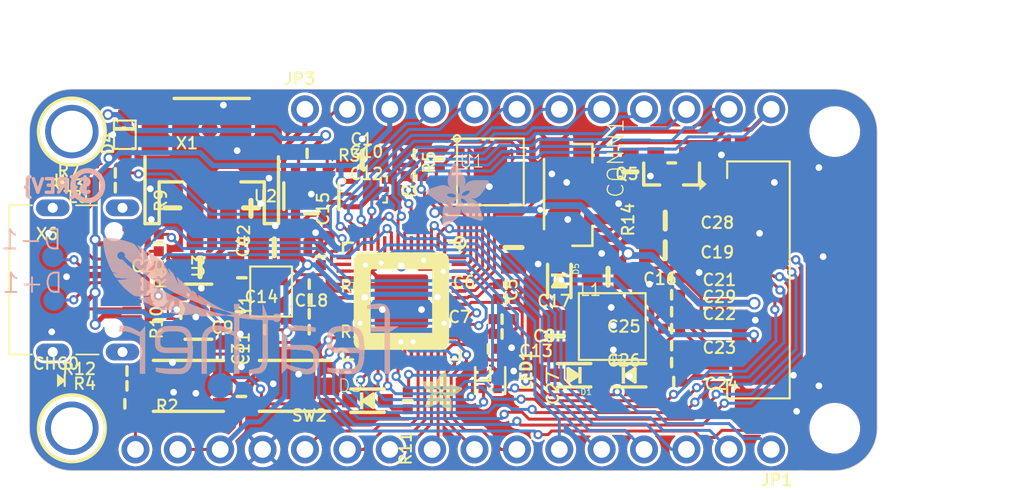
<source format=kicad_pcb>
(kicad_pcb (version 20221018) (generator pcbnew)
  (layers (0 "F.Cu" signal) (31 "B.Cu" signal) (34 "B.Paste" user) (35 "F.Paste" user) (36 "B.SilkS" user "B.Silkscreen") (37 "F.SilkS" user "F.Silkscreen") (38 "B.Mask" user) (39 "F.Mask" user) (44 "Edge.Cuts" user))
  (net 0 "")
  (net 1 "GND")
  (net 2 "MOSI")
  (net 3 "MISO")
  (net 4 "SCK")
  (net 5 "D24")
  (net 6 "A3")
  (net 7 "A2")
  (net 8 "A1")
  (net 9 "D11")
  (net 10 "D12")
  (net 11 "+3V3")
  (net 12 "VBUS")
  (net 13 "VBAT")
  (net 14 "N$2")
  (net 15 "D13")
  (net 16 "A0")
  (net 17 "N$1")
  (net 18 "N$3")
  (net 19 "N$4")
  (net 20 "SCL")
  (net 21 "SDA")
  (net 22 "D9")
  (net 23 "D6")
  (net 24 "D5")
  (net 25 "D10")
  (net 26 "D+")
  (net 27 "D-")
  (net 28 "~{RESET}")
  (net 29 "EN")
  (net 30 "VHI")
  (net 31 "QSPI_DATA[0]")
  (net 32 "QSPI_DATA[1]")
  (net 33 "QSPI_SCK")
  (net 34 "QSPI_CS")
  (net 35 "QSPI_DATA[3]")
  (net 36 "QSPI_DATA[2]")
  (net 37 "D4")
  (net 38 "CC1")
  (net 39 "CC2")
  (net 40 "1.2V")
  (net 41 "SWCLK")
  (net 42 "SWDIO")
  (net 43 "TX")
  (net 44 "RX")
  (net 45 "N$5")
  (net 46 "N$6")
  (net 47 "D25")
  (net 48 "N$7")
  (net 49 "USB_D+")
  (net 50 "USB_D-")
  (net 51 "USBBOOT")
  (net 52 "N$16")
  (net 53 "VGH")
  (net 54 "VGL")
  (net 55 "EPD_RST")
  (net 56 "EPD_BUSY")
  (net 57 "GDR")
  (net 58 "RESE")
  (net 59 "N$8")
  (net 60 "N$9")
  (net 61 "N$10")
  (net 62 "N$27")
  (net 63 "N$33")
  (net 64 "EPD_DC")
  (net 65 "N$11")
  (net 66 "N$12")
  (net 67 "N$13")
  (net 68 "N$14")
  (net 69 "EPD_CS")
  (net 70 "EPD_SCK")
  (net 71 "EPD_MOSI")
  (net 72 "NEOPIX_PWR")
  (net 73 "NEOPIXEL")
  (footprint "working:_0402NO" (layer "F.Cu") (at 135.8011 111.9886 90)
    (fp_text reference "C11")
    (fp_text value "1uF/25V")
  )
  (footprint "working:SOD-323_MINI" (layer "F.Cu") (at 143.3576 112.2426)
    (fp_text reference "D3")
    (fp_text value "1N5819")
  )
  (footprint "working:_0402NO" (layer "F.Cu") (at 146.159306 97.454804 180)
    (fp_text reference "C10")
    (fp_text value "1uF/25V")
  )
  (footprint "working:_0402NO" (layer "F.Cu") (at 161.5821 104.8766)
    (fp_text reference "C21")
    (fp_text value "1uF/25V")
  )
  (footprint "working:0805-NO" (layer "F.Cu") (at 154.5971 108.3691 -90)
    (fp_text reference "C27")
    (fp_text value "10uF/16V")
  )
  (footprint "working:_0402NO" (layer "F.Cu") (at 161.5821 107.9246 180)
    (fp_text reference "C25")
    (fp_text value "1uF/25V")
  )
  (footprint "working:0805-NO" (layer "F.Cu") (at 143.0451 97.8008)
    (fp_text reference "C1")
    (fp_text value "10uF/16V")
  )
  (footprint "working:PLABEL20" (layer "F.Cu") (at 159.9311 96.2406)
    (fp_text reference "PLABEL20" hide)
    (fp_text value "" hide)
  )
  (footprint "working:PLABEL33" (layer "F.Cu") (at 170.9801 104.8766 90)
    (fp_text reference "PLABEL33" hide)
    (fp_text value "" hide)
  )
  (footprint "working:_0402NO" (layer "F.Cu") (at 128.2446 99.4791 180)
    (fp_text reference "R13")
    (fp_text value "5.1K")
  )
  (footprint "working:PLABEL25" (layer "F.Cu") (at 157.3911 113.6396)
    (fp_text reference "PLABEL25" hide)
    (fp_text value "" hide)
  )
  (footprint "working:_0402NO" (layer "F.Cu") (at 161.7091 111.0996)
    (fp_text reference "C24")
    (fp_text value "1uF/25V")
  )
  (footprint "working:_0402NO" (layer "F.Cu") (at 128.9431 111.3536 180)
    (fp_text reference "R4")
    (fp_text value "10K")
  )
  (footprint "working:MOUNTINGHOLE_2.5_PLATED" (layer "F.Cu") (at 125.6411 96.1136 -90)
    (fp_text reference "U$31" hide)
    (fp_text value "MOUNTINGHOLE2.5" hide)
  )
  (footprint "working:_0402NO" (layer "F.Cu") (at 161.5821 105.8926)
    (fp_text reference "C29")
    (fp_text value "1uF/25V")
  )
  (footprint "working:_0402NO" (layer "F.Cu") (at 139.8651 107.0356)
    (fp_text reference "C18")
    (fp_text value "0.1uF")
  )
  (footprint "working:PLABEL14" (layer "F.Cu") (at 144.6911 96.2406)
    (fp_text reference "PLABEL14" hide)
    (fp_text value "" hide)
  )
  (footprint "working:PLABEL23" (layer "F.Cu") (at 169.0751 95.0976 90)
    (fp_text reference "PLABEL23" hide)
    (fp_text value "" hide)
  )
  (footprint "working:_0402NO" (layer "F.Cu") (at 130.8481 104.6861 -90)
    (fp_text reference "R10")
    (fp_text value "22 ohm")
  )
  (footprint "working:PLABEL6" (layer "F.Cu") (at 139.6111 113.6396)
    (fp_text reference "PLABEL6" hide)
    (fp_text value "" hide)
  )
  (footprint "working:_0402NO" (layer "F.Cu") (at 151.4221 107.3531 180)
    (fp_text reference "C7")
    (fp_text value "0.1uF")
  )
  (footprint "working:_0402NO" (layer "F.Cu") (at 139.8651 107.9881)
    (fp_text reference "R1")
    (fp_text value "10K")
  )
  (footprint "working:SOD-323_MINI" (layer "F.Cu") (at 159.0421 110.7186)
    (fp_text reference "D2")
    (fp_text value "1N5819")
  )
  (footprint "working:0805-NO" (layer "F.Cu") (at 137.7731 103.0501 180)
    (fp_text reference "C4")
    (fp_text value "10uF/16V")
  )
  (footprint "working:BTN_RKB2_4.6X2.8" (layer "F.Cu") (at 132.6261 111.3536 180)
    (fp_text reference "SW1" hide)
    (fp_text value "RKB2" hide)
  )
  (footprint "working:CHIPLED_0603_NOOUTLINE" (layer "F.Cu") (at 124.9206 99.0111 90)
    (fp_text reference "L0")
    (fp_text value "RED")
  )
  (footprint "working:PLABEL29" (layer "F.Cu") (at 168.6941 114.1476)
    (fp_text reference "PLABEL29" hide)
    (fp_text value "" hide)
  )
  (footprint "working:BTN_RKB2_4.6X2.8" (layer "F.Cu") (at 138.9761 111.3536 180)
    (fp_text reference "SW2")
    (fp_text value "RKB2")
  )
  (footprint "working:PLABEL4" (layer "F.Cu") (at 129.4511 113.6396)
    (fp_text reference "PLABEL4" hide)
    (fp_text value "" hide)
  )
  (footprint "working:MOUNTINGHOLE_2.5_PLATED" (layer "F.Cu") (at 125.6411 113.8936 -90)
    (fp_text reference "U$32" hide)
    (fp_text value "MOUNTINGHOLE2.5" hide)
  )
  (footprint "working:PLABEL16" (layer "F.Cu") (at 139.6111 96.2406)
    (fp_text reference "PLABEL16" hide)
    (fp_text value "" hide)
  )
  (footprint "" (layer "F.Cu") (at 171.3611 96.1136)
    (fp_text reference "@HOLE0" hide)
    (fp_text value "")
  )
  (footprint "working:_0402NO" (layer "F.Cu") (at 147.6883 97.7519 90)
    (fp_text reference "R5")
    (fp_text value "10K")
  )
  (footprint "working:PLABEL8" (layer "F.Cu") (at 144.6911 113.6396)
    (fp_text reference "PLABEL8" hide)
    (fp_text value "" hide)
  )
  (footprint "working:_0402NO" (layer "F.Cu") (at 161.5821 109.9566 180)
    (fp_text reference "C26")
    (fp_text value "1uF/25V")
  )
  (footprint "working:0603-NO" (layer "F.Cu") (at 159.1056 98.5266 -90)
    (fp_text reference "R14")
    (fp_text value "0.47ohm")
  )
  (footprint "working:PLABEL11" (layer "F.Cu") (at 152.3111 113.6396)
    (fp_text reference "PLABEL11" hide)
    (fp_text value "" hide)
  )
  (footprint "working:_0402NO" (layer "F.Cu") (at 128.8161 112.4331)
    (fp_text reference "R2")
    (fp_text value "10K")
  )
  (footprint "working:SOT23-WIDE" (layer "F.Cu") (at 161.5821 98.6536 180)
    (fp_text reference "Q5")
    (fp_text value "IRLML0100")
  )
  (footprint "working:ADAFRUIT_2.5MM" (layer "F.Cu") (at 146.5961 112.8776)
    (fp_text reference "U$28" hide)
    (fp_text value "" hide)
  )
  (footprint "working:_0402NO" (layer "F.Cu") (at 161.5821 108.9406)
    (fp_text reference "C23")
    (fp_text value "1uF/25V")
  )
  (footprint "working:PLABEL13" (layer "F.Cu") (at 147.2311 96.2406)
    (fp_text reference "PLABEL13" hide)
    (fp_text value "" hide)
  )
  (footprint "working:_0402NO" (layer "F.Cu") (at 151.4221 108.2421)
    (fp_text reference "C8")
    (fp_text value "1uF/25V")
  )
  (footprint "working:_0402NO" (layer "F.Cu") (at 130.81 107.4166 90)
    (fp_text reference "R8")
    (fp_text value "5.1K")
  )
  (footprint "working:0805-NO" (layer "F.Cu") (at 133.3246 104.3051 180)
    (fp_text reference "C20")
    (fp_text value "10uF/16V")
  )
  (footprint "working:1X16_ROUND" (layer "F.Cu") (at 148.5011 115.1636 180)
    (fp_text reference "JP1")
    (fp_text value "")
  )
  (footprint "working:_0402NO" (layer "F.Cu") (at 135.7376 106.9086 -90)
    (fp_text reference "C3")
    (fp_text value "22pF")
  )
  (footprint "working:JSTPH2_BATT" (layer "F.Cu") (at 134.0231 98.7806)
    (fp_text reference "X1")
    (fp_text value "JSTPH")
  )
  (footprint "working:PLABEL19" (layer "F.Cu") (at 157.3911 96.2406)
    (fp_text reference "PLABEL19" hide)
    (fp_text value "" hide)
  )
  (footprint "working:PLABEL0" (layer "F.Cu") (at 139.1666 109.0676)
    (fp_text reference "PLABEL0" hide)
    (fp_text value "" hide)
  )
  (footprint "working:_0402NO" (layer "F.Cu") (at 150.5966 109.1311)
    (fp_text reference "C13")
    (fp_text value "0.1uF")
  )
  (footprint "working:PLABEL26" (layer "F.Cu") (at 159.9311 113.6396)
    (fp_text reference "PLABEL26" hide)
    (fp_text value "" hide)
  )
  (footprint "working:PLABEL18" (layer "F.Cu") (at 158.4071 102.4636)
    (fp_text reference "PLABEL18" hide)
    (fp_text value "" hide)
  )
  (footprint "working:0805-NO" (layer "F.Cu") (at 161.2011 103.2256)
    (fp_text reference "C19")
    (fp_text value "10uF/16V")
  )
  (footprint "working:0805-NO" (layer "F.Cu") (at 161.2011 101.4476)
    (fp_text reference "C28")
    (fp_text value "10uF/16V")
  )
  (footprint "working:PLABEL7" (layer "F.Cu") (at 142.1511 113.6396)
    (fp_text reference "PLABEL7" hide)
    (fp_text value "" hide)
  )
  (footprint "working:_0402NO" (layer "F.Cu") (at 128.2446 98.5901 180)
    (fp_text reference "R7")
    (fp_text value "10K")
  )
  (footprint "working:_0402NO" (layer "F.Cu") (at 130.8481 102.7811 90)
    (fp_text reference "R9")
    (fp_text value "22 ohm")
  )
  (footprint "working:PLABEL27" (layer "F.Cu") (at 162.4711 113.6396)
    (fp_text reference "PLABEL27" hide)
    (fp_text value "" hide)
  )
  (footprint "working:SOT23-5" (layer "F.Cu") (at 133.223 106.9086 90)
    (fp_text reference "U3")
    (fp_text value "MCP73831T-2ACI/OT")
  )
  (footprint "working:_0402NO" (layer "F.Cu") (at 146.1516 98.7806 180)
    (fp_text reference "C12")
    (fp_text value "0.1uF")
  )
  (footprint "working:JST_SH4_RA" (layer "F.Cu") (at 156.1846 99.8601 -90)
    (fp_text reference "CONN1")
    (fp_text value "STEMMA_I2C_QTRA")
  )
  (footprint "working:PLABEL21" (layer "F.Cu") (at 162.4711 96.2406)
    (fp_text reference "PLABEL21" hide)
    (fp_text value "" hide)
  )
  (footprint "working:0805-NO" (layer "F.Cu") (at 152.1079 103.0605 -90)
    (fp_text reference "C5")
    (fp_text value "10uF/16V")
  )
  (footprint "working:PLABEL12" (layer "F.Cu") (at 150.7871 95.8596)
    (fp_text reference "PLABEL12" hide)
    (fp_text value "" hide)
  )
  (footprint "working:PLABEL5" (layer "F.Cu") (at 137.0711 113.6396)
    (fp_text reference "PLABEL5" hide)
    (fp_text value "" hide)
  )
  (footprint "working:USB_C_CUSB31-CFM2AX-01-X" (layer "F.Cu") (at 126.9746 105.0036 -90)
    (fp_text reference "X6")
    (fp_text value "USB Type C")
  )
  (footprint "working:CHIPLED_0603_NOOUTLINE" (layer "F.Cu") (at 125.0061 111.0361 -90)
    (fp_text reference "CHG0")
    (fp_text value "ORANGE")
  )
  (footprint "working:EINK_24PIN" (layer "F.Cu") (at 165.3921 105.0036 90)
    (fp_text reference "EINK2" hide)
    (fp_text value "EINK_24PIN_CONNECTOR" hide)
  )
  (footprint "working:PLABEL9" (layer "F.Cu") (at 147.2311 113.6396)
    (fp_text reference "PLABEL9" hide)
    (fp_text value "" hide)
  )
  (footprint "working:PLABEL32" (layer "F.Cu") (at 150.6601 106.6546 90)
    (fp_text reference "PLABEL32" hide)
    (fp_text value "" hide)
  )
  (footprint "working:PLABEL3" (layer "F.Cu") (at 126.6444 99.1743 90)
    (fp_text reference "PLABEL3" hide)
    (fp_text value "" hide)
  )
  (footprint "working:CRYSTAL_2.5X2" (layer "F.Cu") (at 137.5791 105.7021 90)
    (fp_text reference "Y1")
    (fp_text value "12MHz/12pF")
  )
  (footprint "working:QFN56_7MM_REDUCEDEPAD" (layer "F.Cu") (at 145.3896 106.2736 -90)
    (fp_text reference "IC1" hide)
    (fp_text value "RP2040_QFN56" hide)
  )
  (footprint "working:_0402NO" (layer "F.Cu") (at 151.6761 106.1466)
    (fp_text reference "C17")
    (fp_text value "1uF/25V")
  )
  (footprint "working:_0402NO" (layer "F.Cu") (at 135.8265 104.8766 90)
    (fp_text reference "C2")
    (fp_text value "22pF")
  )
  (footprint "working:FIDUCIAL_1MM" (layer "F.Cu") (at 169.3763 115.6646 -90)
    (fp_text reference "U$35" hide)
    (fp_text value "FIDUCIAL_1MM" hide)
  )
  (footprint "working:_0402NO" (layer "F.Cu") (at 137.1981 107.9881 180)
    (fp_text reference "C9")
    (fp_text value "0.1uF")
  )
  (footprint "working:_0402NO" (layer "F.Cu") (at 128.9431 110.4646 180)
    (fp_text reference "R12")
    (fp_text value "5.1K")
  )
  (footprint "working:PLABEL15" (layer "F.Cu") (at 142.1511 96.2406)
    (fp_text reference "PLABEL15" hide)
    (fp_text value "" hide)
  )
  (footprint "working:DFN2015-3" (layer "F.Cu") (at 143.4846 99.5807)
    (fp_text reference "Q3")
    (fp_text value "DMG3415UFY")
  )
  (footprint "working:PLABEL10" (layer "F.Cu") (at 149.7711 113.6396)
    (fp_text reference "PLABEL10" hide)
    (fp_text value "" hide)
  )
  (footprint "working:SK6805_1515" (layer "F.Cu") (at 150.7109 111.0361 -90)
    (fp_text reference "LED1")
    (fp_text value "WS2812B_SK6805_1515")
  )
  (footprint "working:1X12_ROUND" (layer "F.Cu") (at 153.5811 94.7801)
    (fp_text reference "JP3")
    (fp_text value "")
  )
  (footprint "working:PLABEL2" (layer "F.Cu") (at 126.8984 110.6678 90)
    (fp_text reference "PLABEL2" hide)
    (fp_text value "" hide)
  )
  (footprint "working:USON8_4X4" (layer "F.Cu") (at 150.7236 98.5266)
    (fp_text reference "U1")
    (fp_text value "8MB QSPI")
  )
  (footprint "working:_0402NO" (layer "F.Cu") (at 145.7706 112.2426 -90)
    (fp_text reference "R11")
    (fp_text value "1K")
  )
  (footprint "working:_0402NO" (layer "F.Cu") (at 139.7381 97.4217)
    (fp_text reference "R3")
    (fp_text value "10K")
  )
  (footprint "working:SOD-323_MINI" (layer "F.Cu") (at 154.8511 105.0671 -90)
    (fp_text reference "D5")
    (fp_text value "1N5819")
  )
  (footprint "working:SOT23-5" (layer "F.Cu") (at 139.9921 99.9871 180)
    (fp_text reference "U2")
    (fp_text value "RT9080-3.3")
  )
  (footprint "working:_0402NO" (layer "F.Cu") (at 161.5821 106.9086)
    (fp_text reference "C22")
    (fp_text value "1uF/25V")
  )
  (footprint "working:PLABEL30" (layer "F.Cu") (at 153.3271 95.8596)
    (fp_text reference "PLABEL30" hide)
    (fp_text value "" hide)
  )
  (footprint "working:SOD-323F" (layer "F.Cu") (at 128.8161 96.3041 90)
    (fp_text reference "D4")
    (fp_text value "PMEG2020AEA")
  )
  (footprint "working:INDUCTOR_4X4MM_NR401" (layer "F.Cu") (at 158.0261 107.7976)
    (fp_text reference "L1")
    (fp_text value "10uH")
  )
  (footprint "working:PLABEL34" (layer "F.Cu") (at 153.2001 112.7506)
    (fp_text reference "PLABEL34" hide)
    (fp_text value "" hide)
  )
  (footprint "working:PLABEL22" (layer "F.Cu") (at 164.6301 97.0026 -90)
    (fp_text reference "PLABEL22" hide)
    (fp_text value "" hide)
  )
  (footprint "working:_0402NO" (layer "F.Cu") (at 139.8651 106.1466 180)
    (fp_text reference "C14")
    (fp_text value "0.1uF")
  )
  (footprint "working:SOD-323_MINI" (layer "F.Cu") (at 155.7401 110.7186 180)
    (fp_text reference "D1")
    (fp_text value "1N5819")
  )
  (footprint "working:PLABEL31" (layer "F.Cu") (at 155.8671 95.8596)
    (fp_text reference "PLABEL31" hide)
    (fp_text value "" hide)
  )
  (footprint "working:PLABEL28" (layer "F.Cu") (at 164.5031 113.6396)
    (fp_text reference "PLABEL28" hide)
    (fp_text value "" hide)
  )
  (footprint "working:PLABEL24" (layer "F.Cu") (at 154.8511 113.6396)
    (fp_text reference "PLABEL24" hide)
    (fp_text value "" hide)
  )
  (footprint "working:PLABEL1" (layer "F.Cu") (at 132.8801 109.0676)
    (fp_text reference "PLABEL1" hide)
    (fp_text value "" hide)
  )
  (footprint "working:_0402NO" (layer "F.Cu") (at 140.5636 103.6066 90)
    (fp_text reference "C15")
    (fp_text value "1uF/25V")
  )
  (footprint "working:_0402NO" (layer "F.Cu") (at 139.8651 105.2576)
    (fp_text reference "R6")
    (fp_text value "1K")
  )
  (footprint "" (layer "F.Cu") (at 171.3611 113.8936)
    (fp_text reference "@HOLE1" hide)
    (fp_text value "")
  )
  (footprint "working:FIDUCIAL_1MM" (layer "F.Cu") (at 133.8961 95.9866 -90)
    (fp_text reference "U$34" hide)
    (fp_text value "FIDUCIAL_1MM" hide)
  )
  (footprint "working:0805-NO" (layer "F.Cu") (at 157.7721 104.8131)
    (fp_text reference "C16")
    (fp_text value "10uF/16V")
  )
  (footprint "working:_0402NO" (layer "F.Cu") (at 151.6761 105.2576 180)
    (fp_text reference "C6")
    (fp_text value "0.1uF")
  )
  (footprint "working:PLABEL17" (layer "F.Cu") (at 133.3881 113.6396)
    (fp_text reference "PLABEL17" hide)
    (fp_text value "" hide)
  )
  (footprint "working:PLABEL47" (layer "B.Cu") (at 162.3441 113.5126 180)
    (fp_text reference "PLABEL47" hide)
    (fp_text value "" hide)
  )
  (footprint "working:PLABEL48" (layer "B.Cu") (at 164.8841 113.5126 180)
    (fp_text reference "PLABEL48" hide)
    (fp_text value "" hide)
  )
  (footprint "working:PLABEL61" (layer "B.Cu") (at 167.4241 113.5126 180)
    (fp_text reference "PLABEL61" hide)
    (fp_text value "" hide)
  )
  (footprint "working:PLABEL53" (layer "B.Cu") (at 139.4841 96.4946 180)
    (fp_text reference "PLABEL53" hide)
    (fp_text value "" hide)
  )
  (footprint "working:PLABEL44" (layer "B.Cu") (at 154.7241 113.5126 180)
    (fp_text reference "PLABEL44" hide)
    (fp_text value "" hide)
  )
  (footprint "working:B1,27" (layer "B.Cu") (at 124.4981 103.6066 180)
    (fp_text reference "D-1")
    (fp_text value "TPB1,27")
  )
  (footprint "working:PLABEL57" (layer "B.Cu") (at 164.7571 96.3676 180)
    (fp_text reference "PLABEL57" hide)
    (fp_text value "" hide)
  )
  (footprint "working:PLABEL41" (layer "B.Cu") (at 149.6441 113.5126 180)
    (fp_text reference "PLABEL41" hide)
    (fp_text value "" hide)
  )
  (footprint "working:PLABEL40" (layer "B.Cu") (at 147.1041 113.5126 180)
    (fp_text reference "PLABEL40" hide)
    (fp_text value "" hide)
  )
  (footprint "working:PLABEL43" (layer "B.Cu") (at 133.0071 113.5126 180)
    (fp_text reference "PLABEL43" hide)
    (fp_text value "" hide)
  )
  (footprint "working:PLABEL49" (layer "B.Cu") (at 149.6441 96.4946 180)
    (fp_text reference "PLABEL49" hide)
    (fp_text value "" hide)
  )
  (footprint "working:PLABEL63" (layer "B.Cu") (at 133.0071 96.2406 180)
    (fp_text reference "PLABEL63" hide)
    (fp_text value "" hide)
  )
  (footprint "working:PLABEL45" (layer "B.Cu") (at 157.3911 113.5126 180)
    (fp_text reference "PLABEL45" hide)
    (fp_text value "" hide)
  )
  (footprint "working:PLABEL62" (layer "B.Cu") (at 173.2661 101.5746 180)
    (fp_text reference "PLABEL62" hide)
    (fp_text value "" hide)
  )
  (footprint "working:B1,27" (layer "B.Cu") (at 124.5616 106.2101 180)
    (fp_text reference "D+1")
    (fp_text value "TPB1,27")
  )
  (footprint "working:ADAFRUIT_3.5MM" (layer "B.Cu") (at 150.6601 101.8286 180)
    (fp_text reference "U$42" hide)
    (fp_text value "" hide)
  )
  (footprint "working:PLABEL42" (layer "B.Cu") (at 152.1841 113.5126 180)
    (fp_text reference "PLABEL42" hide)
    (fp_text value "" hide)
  )
  (footprint "working:PLABEL56" (layer "B.Cu") (at 162.3441 96.3676 180)
    (fp_text reference "PLABEL56" hide)
    (fp_text value "" hide)
  )
  (footprint "working:PLABEL52" (layer "B.Cu") (at 142.0241 96.4946 180)
    (fp_text reference "PLABEL52" hide)
    (fp_text value "" hide)
  )
  (footprint "working:PLABEL66" (layer "B.Cu") (at 138.4681 101.3206 180)
    (fp_text reference "PLABEL66" hide)
    (fp_text value "" hide)
  )
  (footprint "working:PLABEL39" (layer "B.Cu") (at 144.5641 113.5126 180)
    (fp_text reference "PLABEL39" hide)
    (fp_text value "" hide)
  )
  (footprint "working:PCBFEAT-REV-040" (layer "B.Cu") (at 126.5936 99.3521 180)
    (fp_text reference "U$13" hide)
    (fp_text value "" hide)
  )
  (footprint "working:FEATHERLOGO_MED" (layer "B.Cu") (at 145.3261 110.7186 180)
    (fp_text reference "U$46" hide)
    (fp_text value "" hide)
  )
  (footprint "working:PLABEL37" (layer "B.Cu") (at 139.4841 113.5126 180)
    (fp_text reference "PLABEL37" hide)
    (fp_text value "" hide)
  )
  (footprint "working:PLABEL64" (layer "B.Cu") (at 173.2661 110.4646 180)
    (fp_text reference "PLABEL64" hide)
    (fp_text value "" hide)
  )
  (footprint "working:PLABEL59" (layer "B.Cu") (at 154.8511 96.4946 180)
    (fp_text reference "PLABEL59" hide)
    (fp_text value "" hide)
  )
  (footprint "working:PLABEL54" (layer "B.Cu") (at 157.2641 96.4946 180)
    (fp_text reference "PLABEL54" hide)
    (fp_text value "" hide)
  )
  (footprint "working:PLABEL36" (layer "B.Cu") (at 136.9441 113.5126 180)
    (fp_text reference "PLABEL36" hide)
    (fp_text value "" hide)
  )
  (footprint "working:PLABEL46" (layer "B.Cu") (at 159.8041 113.5126 180)
    (fp_text reference "PLABEL46" hide)
    (fp_text value "" hide)
  )
  (footprint "working:PLABEL51" (layer "B.Cu") (at 144.5641 96.4946 180)
    (fp_text reference "PLABEL51" hide)
    (fp_text value "" hide)
  )
  (footprint "working:TESTPOINT_ROUND_1.5MM_NO" (layer "B.Cu") (at 134.5311 111.3536 180)
    (fp_text reference "TP3" hide)
    (fp_text value "" hide)
  )
  (footprint "working:PLABEL60" (layer "B.Cu") (at 168.1861 96.3676 180)
    (fp_text reference "PLABEL60" hide)
    (fp_text value "" hide)
  )
  (footprint "working:PLABEL50" (layer "B.Cu") (at 147.1041 96.4946 180)
    (fp_text reference "PLABEL50" hide)
    (fp_text value "" hide)
  )
  (footprint "working:PLABEL58" (layer "B.Cu") (at 152.0571 96.4946 180)
    (fp_text reference "PLABEL58" hide)
    (fp_text value "" hide)
  )
  (footprint "working:PLABEL35" (layer "B.Cu") (at 129.5781 113.5126 180)
    (fp_text reference "PLABEL35" hide)
    (fp_text value "" hide)
  )
  (footprint "working:PLABEL65" (layer "B.Cu") (at 162.0266 106.6546 180)
    (fp_text reference "PLABEL65" hide)
    (fp_text value "" hide)
  )
  (footprint "working:PLABEL55" (layer "B.Cu") (at 159.8041 96.4946 180)
    (fp_text reference "PLABEL55" hide)
    (fp_text value "" hide)
  )
  (footprint "working:PLABEL38" (layer "B.Cu") (at 142.0241 113.5126 180)
    (fp_text reference "PLABEL38" hide)
    (fp_text value "" hide)
  )
  (gr_line (start 143.0401 108.6866) (end 143.0401 103.8606) (stroke (width 1.016)) (layer "F.SilkS"))
  (gr_line (start 143.0401 103.8606) (end 147.7391 103.8606) (stroke (width 1.016)) (layer "F.SilkS"))
  (gr_line (start 147.7391 103.8606) (end 147.7391 108.6866) (stroke (width 1.016)) (layer "F.SilkS"))
  (gr_line (start 147.7391 108.6866) (end 143.0401 108.6866) (stroke (width 1.016)) (layer "F.SilkS"))
  (gr_arc (start 173.9011 113.8936) (mid 173.157151 115.689651) (end 171.3611 116.4336) (stroke (width 0.05)) (layer "Edge.Cuts"))
  (gr_line (start 171.3611 93.5736) (end 125.6411 93.5736) (stroke (width 0.05)) (layer "Edge.Cuts"))
  (gr_arc (start 123.1011 96.1136) (mid 123.845049 94.317549) (end 125.6411 93.5736) (stroke (width 0.05)) (layer "Edge.Cuts"))
  (gr_line (start 173.9011 113.8936) (end 173.9011 96.1136) (stroke (width 0.05)) (layer "Edge.Cuts"))
  (gr_line (start 123.1011 96.1136) (end 123.1011 113.8936) (stroke (width 0.05)) (layer "Edge.Cuts"))
  (gr_arc (start 125.6411 116.4336) (mid 123.845049 115.689651) (end 123.1011 113.8936) (stroke (width 0.05)) (layer "Edge.Cuts"))
  (gr_line (start 125.6411 116.4336) (end 171.3611 116.4336) (stroke (width 0.05)) (layer "Edge.Cuts"))
  (gr_arc (start 171.3611 93.5736) (mid 173.157151 94.317549) (end 173.9011 96.1136) (stroke (width 0.05)) (layer "Edge.Cuts"))
  (gr_text "" (at 134.5311 113.3856) (layer "F.SilkS") (effects (font (size 0.89408 0.89408) (thickness 0.12192))))
  (segment (start 163.6178 102.7859) (end 163.620881 102.7859) (width 0.3048) (layer "F.Cu") (net 1))
  (segment (start 136.6901 107.5436) (end 136.6901 107.9881) (width 0.3048) (layer "F.Cu") (net 1))
  (segment (start 136.9187 107.315) (end 136.6901 107.5436) (width 0.3048) (layer "F.Cu") (net 1))
  (segment (start 163.6501 102.7536) (end 163.6178 102.7859) (width 0.3048) (layer "F.Cu") (net 1))
  (segment (start 132.3746 104.3051) (end 132.8801 103.7996) (width 0.3048) (layer "F.Cu") (net 1))
  (segment (start 130.4671 110.4646) (end 130.6531 110.2786) (width 0.3048) (layer "F.Cu") (net 1))
  (segment (start 163.3553 103.051482) (end 163.3553 104.239375) (width 0.3048) (layer "F.Cu") (net 1))
  (segment (start 130.4671 106.9086) (end 130.175 107.2007) (width 0.3048) (layer "F.Cu") (net 1))
  (segment (start 144.9451 105.8291) (end 144.5641 105.8291) (width 0.4064) (layer "F.Cu") (net 1))
  (segment (start 130.175 107.2007) (end 130.175 107.8357) (width 0.3048) (layer "F.Cu") (net 1))
  (segment (start 163.3553 104.239375) (end 163.2331 104.361575) (width 0.3048) (layer "F.Cu") (net 1))
  (segment (start 135.623125 106.4006) (end 135.115125 106.9086) (width 0.3048) (layer "F.Cu") (net 1))
  (segment (start 133.0706 108.4326) (end 133.0706 107.2261) (width 0.3048) (layer "F.Cu") (net 1))
  (segment (start 144.5641 105.8291) (end 144.0561 105.3211) (width 0.4064) (layer "F.Cu") (net 1))
  (segment (start 150.3491 99.7266) (end 150.6601 99.4156) (width 0.3048) (layer "F.Cu") (net 1))
  (segment (start 135.9329 108.0468) (end 136.174375 108.0468) (width 0.3048) (layer "F.Cu") (net 1))
  (segment (start 144.0721 105.2736) (end 144.1196 105.3211) (width 0.1778) (layer "F.Cu") (net 1))
  (segment (start 129.8071 108.2036) (end 129.8571 108.2036) (width 0.3048) (layer "F.Cu") (net 1))
  (segment (start 141.9396 105.2736) (end 144.0721 105.2736) (width 0.1778) (layer "F.Cu") (net 1))
  (segment (start 130.81 106.9086) (end 130.4671 106.9086) (width 0.3048) (layer "F.Cu") (net 1))
  (segment (start 148.8736 99.7266) (end 150.3491 99.7266) (width 0.3048) (layer "F.Cu") (net 1))
  (segment (start 140.5636 102.5144) (end 140.2461 102.1969) (width 0.3048) (layer "F.Cu") (net 1))
  (segment (start 163.2331 104.361575) (end 163.2331 104.5591) (width 0.3048) (layer "F.Cu") (net 1))
  (segment (start 133.0231 101.33) (end 133.0231 100.8296) (width 0.3048) (layer "F.Cu") (net 1))
  (segment (start 135.7376 106.4006) (end 135.623125 106.4006) (width 0.3048) (layer "F.Cu") (net 1))
  (segment (start 132.8801 103.7996) (end 132.8801 101.473) (width 0.3048) (layer "F.Cu") (net 1))
  (segment (start 159.1056 99.3766) (end 159.1056 99.5036) (width 0.4064) (layer "F.Cu") (net 1))
  (segment (start 129.9486 96.3041) (end 128.096493 96.3041) (width 0.3048) (layer "F.Cu") (net 1))
  (segment (start 144.1196 105.3211) (end 144.0561 105.3211) (width 0.4064) (layer "F.Cu") (net 1))
  (segment (start 130.2766 108.6231) (end 132.8801 108.6231) (width 0.3048) (layer "F.Cu") (net 1))
  (segment (start 163.620881 102.7859) (end 163.3553 103.051482) (width 0.3048) (layer "F.Cu") (net 1))
  (segment (start 129.8571 108.2036) (end 130.2766 108.6231) (width 0.3048) (layer "F.Cu") (net 1))
  (segment (start 158.4071 100.4316) (end 158.4071 100.2021) (width 0.4064) (layer "F.Cu") (net 1))
  (segment (start 129.2496 108.2036) (end 129.8071 108.2036) (width 0.3048) (layer "F.Cu") (net 1))
  (segment (start 140.5636 103.0986) (end 140.5636 102.5144) (width 0.3048) (layer "F.Cu") (net 1))
  (segment (start 130.6231 95.6296) (end 129.9486 96.3041) (width 0.3048) (layer "F.Cu") (net 1))
  (segment (start 129.4511 110.4646) (end 130.4671 110.4646) (width 0.3048) (layer "F.Cu") (net 1))
  (segment (start 140.2461 102.1969) (end 140.2461 102.1715) (width 0.3048) (layer "F.Cu") (net 1))
  (segment (start 130.175 107.8357) (end 129.8071 108.2036) (width 0.3048) (layer "F.Cu") (net 1))
  (segment (start 150.7236 99.3521) (end 150.6601 99.4156) (width 0.3048) (layer "F.Cu") (net 1))
  (segment (start 144.7546 106.2736) (end 144.2466 106.7816) (width 0.3048) (layer "F.Cu") (net 1))
  (segment (start 132.8801 108.6231) (end 133.0706 108.4326) (width 0.3048) (layer "F.Cu") (net 1))
  (segment (start 144.9451 105.8291) (end 145.3896 106.2736) (width 0.4064) (layer "F.Cu") (net 1))
  (segment (start 164.4121 102.7536) (end 163.6501 102.7536) (width 0.3048) (layer "F.Cu") (net 1))
  (segment (start 139.0777 107.315) (end 136.9187 107.315) (width 0.3048) (layer "F.Cu") (net 1))
  (segment (start 136.233075 107.9881) (end 136.6901 107.9881) (width 0.3048) (layer "F.Cu") (net 1))
  (segment (start 136.174375 108.0468) (end 136.233075 107.9881) (width 0.3048) (layer "F.Cu") (net 1))
  (segment (start 159.1056 99.5036) (end 158.4071 100.2021) (width 0.4064) (layer "F.Cu") (net 1))
  (segment (start 145.3896 106.2736) (end 144.7546 106.2736) (width 0.3048) (layer "F.Cu") (net 1))
  (segment (start 132.8801 101.473) (end 133.0231 101.33) (width 0.3048) (layer "F.Cu") (net 1))
  (segment (start 135.7376 108.2421) (end 135.9329 108.0468) (width 0.3048) (layer "F.Cu") (net 1))
  (segment (start 139.3571 107.0356) (end 139.0777 107.315) (width 0.3048) (layer "F.Cu") (net 1))
  (segment (start 135.115125 106.9086) (end 134.5231 106.9086) (width 0.3048) (layer "F.Cu") (net 1))
  (segment (start 150.7236 98.5266) (end 150.7236 99.3521) (width 0.3048) (layer "F.Cu") (net 1))
  (via (at 146.5961 106.7816) (size 0.654) (drill 0.4) (layers "F.Cu" "B.Cu") (net 1))
  (via (at 133.4008 105.4989) (size 0.654) (drill 0.4) (layers "F.Cu" "B.Cu") (net 1))
  (via (at 160.2486 105.2576) (size 0.654) (drill 0.4) (layers "F.Cu" "B.Cu") (net 1))
  (via (at 163.2331 104.5591) (size 0.654) (drill 0.4) (layers "F.Cu" "B.Cu") (net 1))
  (via (at 150.6601 99.4156) (size 0.654) (drill 0.4) (layers "F.Cu" "B.Cu") (net 1))
  (via (at 158.4071 100.4316) (size 0.654) (drill 0.4) (layers "F.Cu" "B.Cu") (net 1))
  (via (at 157.3911 103.4161) (size 0.654) (drill 0.4) (layers "F.Cu" "B.Cu") (net 1))
  (via (at 158.0896 107.7341) (size 0.654) (drill 0.4) (layers "F.Cu" "B.Cu") (net 1))
  (via (at 166.5986 107.4166) (size 0.654) (drill 0.4) (layers "F.Cu" "B.Cu") (net 1))
  (via (at 158.0896 109.1946) (size 0.654) (drill 0.4) (layers "F.Cu" "B.Cu") (net 1))
  (via (at 144.2466 106.7816) (size 0.654) (drill 0.4) (layers "F.Cu" "B.Cu") (net 1))
  (via (at 153.5811 104.0511) (size 0.654) (drill 0.4) (layers "F.Cu" "B.Cu") (net 1))
  (via (at 131.7371 111.7346) (size 0.654) (drill 0.4) (layers "F.Cu" "B.Cu") (net 1))
  (via (at 130.3401 99.5426) (size 0.654) (drill 0.4) (layers "F.Cu" "B.Cu") (net 1))
  (via (at 137.8331 101.7651) (size 0.654) (drill 0.4) (layers "F.Cu" "B.Cu") (net 1))
  (via (at 139.2301 110.6551) (size 0.654) (drill 0.4) (layers "F.Cu" "B.Cu") (net 1))
  (via (at 170.4086 111.3536) (size 0.654) (drill 0.4) (layers "F.Cu" "B.Cu") (net 1))
  (via (at 133.0706 107.2261) (size 0.654) (drill 0.4) (layers "F.Cu" "B.Cu") (net 1))
  (via (at 170.6626 103.6066) (size 0.654) (drill 0.4) (layers "F.Cu" "B.Cu") (net 1))
  (via (at 145.3896 104.1654) (size 0.654) (drill 0.4) (layers "F.Cu" "B.Cu") (net 1))
  (via (at 157.9626 106.6546) (size 0.654) (drill 0.4) (layers "F.Cu" "B.Cu") (net 1))
  (via (at 136.9441 100.4316) (size 0.654) (drill 0.4) (layers "F.Cu" "B.Cu") (net 1))
  (via (at 135.7376 108.2421) (size 0.654) (drill 0.4) (layers "F.Cu" "B.Cu") (net 1))
  (via (at 131.6736 109.9566) (size 0.654) (drill 0.4) (layers "F.Cu" "B.Cu") (net 1))
  (via (at 135.8011 110.2106) (size 0.654) (drill 0.4) (layers "F.Cu" "B.Cu") (net 1))
  (via (at 169.0751 112.8776) (size 0.654) (drill 0.4) (layers "F.Cu" "B.Cu") (net 1))
  (via (at 134.7216 94.5261) (size 0.654) (drill 0.4) (layers "F.Cu" "B.Cu") (net 1))
  (via (at 133.0706 111.7981) (size 0.654) (drill 0.4) (layers "F.Cu" "B.Cu") (net 1))
  (via (at 137.7061 111.2266) (size 0.654) (drill 0.4) (layers "F.Cu" "B.Cu") (net 1))
  (via (at 130.4036 101.3841) (size 0.654) (drill 0.4) (layers "F.Cu" "B.Cu") (net 1))
  (via (at 155.2956 99.1616) (size 0.654) (drill 0.4) (layers "F.Cu" "B.Cu") (net 1))
  (via (at 125.3236 104.8131) (size 0.654) (drill 0.4) (layers "F.Cu" "B.Cu") (net 1))
  (via (at 139.9921 99.8601) (size 0.654) (drill 0.4) (layers "F.Cu" "B.Cu") (net 1))
  (via (at 124.2441 102.2096) (size 0.654) (drill 0.4) (layers "F.Cu" "B.Cu") (net 1))
  (via (at 160.3121 98.7806) (size 0.654) (drill 0.4) (layers "F.Cu" "B.Cu") (net 1))
  (via (at 137.4521 98.9076) (size 0.654) (drill 0.4) (layers "F.Cu" "B.Cu") (net 1))
  (via (at 151.9936 109.0676) (size 0.654) (drill 0.4) (layers "F.Cu" "B.Cu") (net 1))
  (via (at 166.8526 102.2096) (size 0.654) (drill 0.4) (layers "F.Cu" "B.Cu") (net 1))
  (via (at 170.4086 98.2726) (size 0.654) (drill 0.4) (layers "F.Cu" "B.Cu") (net 1))
  (via (at 159.0421 110.7821) (size 0.654) (drill 0.4) (layers "F.Cu" "B.Cu") (net 1))
  (via (at 124.4346 108.1151) (size 0.654) (drill 0.4) (layers "F.Cu" "B.Cu") (net 1))
  (via (at 152.1206 110.4646) (size 0.654) (drill 0.4) (layers "F.Cu" "B.Cu") (net 1))
  (via (at 135.5471 97.2566) (size 0.654) (drill 0.4) (layers "F.Cu" "B.Cu") (net 1))
  (via (at 143.0401 96.5581) (size 0.654) (drill 0.4) (layers "F.Cu" "B.Cu") (net 1))
  (via (at 167.7416 99.1616) (size 0.654) (drill 0.4) (layers "F.Cu" "B.Cu") (net 1))
  (via (at 128.096493 96.3041) (size 0.654) (drill 0.4) (layers "F.Cu" "B.Cu") (net 1))
  (via (at 140.2461 102.1715) (size 0.654) (drill 0.4) (layers "F.Cu" "B.Cu") (net 1))
  (via (at 168.8846 110.7186) (size 0.654) (drill 0.4) (layers "F.Cu" "B.Cu") (net 1))
  (via (at 155.3591 101.3841) (size 0.654) (drill 0.4) (layers "F.Cu" "B.Cu") (net 1))
  (via (at 154.4066 98.6536) (size 0.654) (drill 0.4) (layers "F.Cu" "B.Cu") (net 1))
  (via (at 164.5666 97.5106) (size 0.654) (drill 0.4) (layers "F.Cu" "B.Cu") (net 1))
  (segment (start 141.9396 104.8736) (end 142.7891 104.8736) (width 0.1778) (layer "F.Cu") (net 2))
  (segment (start 143.2306 104.4321) (end 143.2306 104.1146) (width 0.1778) (layer "F.Cu") (net 2))
  (segment (start 143.2306 104.4321) (end 142.7891 104.8736) (width 0.1778) (layer "F.Cu") (net 2))
  (via (at 143.2306 104.1146) (size 0.554) (drill 0.3) (layers "F.Cu" "B.Cu") (net 2))
  (segment (start 153.8097 107.2693) (end 153.8097 111.8362) (width 0.1778) (layer "B.Cu") (net 2))
  (segment (start 144.506012 102.9081) (end 143.299512 104.1146) (width 0.1778) (layer "B.Cu") (net 2))
  (segment (start 157.1371 115.1636) (end 153.8097 111.8362) (width 0.1778) (layer "B.Cu") (net 2))
  (segment (start 144.506012 102.9081) (end 147.38275 102.9081) (width 0.1778) (layer "B.Cu") (net 2))
  (segment (start 147.38275 102.9081) (end 147.67485 103.2002) (width 0.1778) (layer "B.Cu") (net 2))
  (segment (start 147.67485 103.2002) (end 149.7406 103.2002) (width 0.1778) (layer "B.Cu") (net 2))
  (segment (start 149.7406 103.2002) (end 153.8097 107.2693) (width 0.1778) (layer "B.Cu") (net 2))
  (segment (start 143.2306 104.1146) (end 143.299512 104.1146) (width 0.1778) (layer "B.Cu") (net 2))
  (segment (start 157.3911 115.1636) (end 157.1371 115.1636) (width 0.1778) (layer "B.Cu") (net 2))
  (segment (start 144.4635 101.20045) (end 143.9896 101.67435) (width 0.1778) (layer "F.Cu") (net 3))
  (segment (start 143.9896 102.8236) (end 143.9896 101.67435) (width 0.1778) (layer "F.Cu") (net 3))
  (segment (start 144.654 101.20045) (end 144.4635 101.20045) (width 0.1778) (layer "F.Cu") (net 3))
  (via (at 144.654 101.20045) (size 0.554) (drill 0.3) (layers "F.Cu" "B.Cu") (net 3))
  (segment (start 145.6065 102.53395) (end 145.162 102.08945) (width 0.1778) (layer "B.Cu") (net 3))
  (segment (start 156.6291 114.0206) (end 154.2161 111.6076) (width 0.1778) (layer "B.Cu") (net 3))
  (segment (start 158.7881 114.0206) (end 156.6291 114.0206) (width 0.1778) (layer "B.Cu") (net 3))
  (segment (start 144.654 101.20045) (end 144.654 101.26395) (width 0.1778) (layer "B.Cu") (net 3))
  (segment (start 147.82215 102.8446) (end 147.5115 102.53395) (width 0.1778) (layer "B.Cu") (net 3))
  (segment (start 149.8981 102.8446) (end 147.82215 102.8446) (width 0.1778) (layer "B.Cu") (net 3))
  (segment (start 145.162 101.77195) (end 145.162 102.08945) (width 0.1778) (layer "B.Cu") (net 3))
  (segment (start 149.8981 102.8446) (end 154.2161 107.1626) (width 0.1778) (layer "B.Cu") (net 3))
  (segment (start 154.2161 107.1626) (end 154.2161 111.6076) (width 0.1778) (layer "B.Cu") (net 3))
  (segment (start 147.5115 102.53395) (end 145.6065 102.53395) (width 0.1778) (layer "B.Cu") (net 3))
  (segment (start 145.162 101.77195) (end 144.654 101.26395) (width 0.1778) (layer "B.Cu") (net 3))
  (segment (start 159.9311 115.1636) (end 158.7881 114.0206) (width 0.1778) (layer "B.Cu") (net 3))
  (segment (start 142.5541 104.4736) (end 141.9396 104.4736) (width 0.1778) (layer "F.Cu") (net 4))
  (segment (start 144.1781 104.004925) (end 143.7336 103.560425) (width 0.1778) (layer "F.Cu") (net 4))
  (segment (start 142.6591 104.3686) (end 142.5541 104.4736) (width 0.1778) (layer "F.Cu") (net 4))
  (segment (start 143.7336 103.560425) (end 142.859443 103.560425) (width 0.1778) (layer "F.Cu") (net 4))
  (segment (start 142.859443 103.560425) (end 142.6591 103.760769) (width 0.1778) (layer "F.Cu") (net 4))
  (segment (start 142.6591 103.760769) (end 142.6591 104.3686) (width 0.1778) (layer "F.Cu") (net 4))
  (via (at 144.1781 104.004925) (size 0.554) (drill 0.3) (layers "F.Cu" "B.Cu") (net 4))
  (segment (start 147.23545 103.2637) (end 147.52755 103.5558) (width 0.1778) (layer "B.Cu") (net 4))
  (segment (start 154.8511 115.1636) (end 154.8511 113.3856) (width 0.1778) (layer "B.Cu") (net 4))
  (segment (start 154.8511 113.3856) (end 153.3906 111.9251) (width 0.1778) (layer "B.Cu") (net 4))
  (segment (start 144.1781 104.004925) (end 144.919325 103.2637) (width 0.1778) (layer "B.Cu") (net 4))
  (segment (start 149.4663 103.5558) (end 153.3906 107.4801) (width 0.1778) (layer "B.Cu") (net 4))
  (segment (start 153.3906 107.4801) (end 153.3906 111.9251) (width 0.1778) (layer "B.Cu") (net 4))
  (segment (start 147.52755 103.5558) (end 149.4663 103.5558) (width 0.1778) (layer "B.Cu") (net 4))
  (segment (start 144.919325 103.2637) (end 147.23545 103.2637) (width 0.1778) (layer "B.Cu") (net 4))
  (segment (start 145.5896 109.7236) (end 145.5896 108.992713) (width 0.1778) (layer "F.Cu") (net 5))
  (segment (start 147.9931 110.649625) (end 147.9931 113.3856) (width 0.1778) (layer "F.Cu") (net 5))
  (segment (start 145.5444 108.9104) (end 145.3563 108.7223) (width 0.1778) (layer "F.Cu") (net 5))
  (segment (start 148.5778 110.064925) (end 147.9931 110.649625) (width 0.1778) (layer "F.Cu") (net 5))
  (segment (start 147.9931 113.3856) (end 149.7711 115.1636) (width 0.1778) (layer "F.Cu") (net 5))
  (segment (start 145.5444 108.947513) (end 145.5444 108.9104) (width 0.1778) (layer "F.Cu") (net 5))
  (segment (start 148.5778 109.683925) (end 148.5778 110.064925) (width 0.1778) (layer "F.Cu") (net 5))
  (segment (start 145.5896 108.992713) (end 145.5444 108.947513) (width 0.1778) (layer "F.Cu") (net 5))
  (via (at 148.5778 109.683925) (size 0.554) (drill 0.3) (layers "F.Cu" "B.Cu") (net 5))
  (via (at 145.3563 108.7223) (size 0.554) (drill 0.3) (layers "F.Cu" "B.Cu") (net 5))
  (segment (start 145.3563 108.7223) (end 145.5444 108.9104) (width 0.1778) (layer "B.Cu") (net 5))
  (segment (start 145.5444 108.947513) (end 145.862887 109.266) (width 0.1778) (layer "B.Cu") (net 5))
  (segment (start 145.5444 108.9104) (end 145.5444 108.947513) (width 0.1778) (layer "B.Cu") (net 5))
  (segment (start 148.159875 109.266) (end 145.862887 109.266) (width 0.1778) (layer "B.Cu") (net 5))
  (segment (start 148.159875 109.266) (end 148.5778 109.683925) (width 0.1778) (layer "B.Cu") (net 5))
  (segment (start 147.5896 114.8051) (end 147.2311 115.1636) (width 0.1778) (layer "F.Cu") (net 6))
  (segment (start 147.5896 109.7236) (end 147.5896 114.8051) (width 0.1778) (layer "F.Cu") (net 6))
  (segment (start 147.1896 109.7236) (end 147.1896 113.6176) (width 0.1778) (layer "F.Cu") (net 7))
  (segment (start 147.1896 113.6176) (end 145.6436 115.1636) (width 0.1778) (layer "F.Cu") (net 7))
  (segment (start 145.6436 115.1636) (end 144.6911 115.1636) (width 0.1778) (layer "F.Cu") (net 7))
  (segment (start 146.7896 113.4109) (end 146.1418 114.0587) (width 0.1778) (layer "F.Cu") (net 8))
  (segment (start 143.128531 115.1636) (end 142.1511 115.1636) (width 0.1778) (layer "F.Cu") (net 8))
  (segment (start 146.1418 114.0587) (end 144.233431 114.0587) (width 0.1778) (layer "F.Cu") (net 8))
  (segment (start 144.233431 114.0587) (end 143.128531 115.1636) (width 0.1778) (layer "F.Cu") (net 8))
  (segment (start 146.7896 109.7236) (end 146.7896 113.4109) (width 0.1778) (layer "F.Cu") (net 8))
  (segment (start 142.2146 101.4476) (end 142.2146 101.2571) (width 0.1778) (layer "F.Cu") (net 9))
  (segment (start 142.7896 102.0226) (end 142.2146 101.4476) (width 0.1778) (layer "F.Cu") (net 9))
  (segment (start 142.7896 102.8236) (end 142.7896 102.0226) (width 0.1778) (layer "F.Cu") (net 9))
  (via (at 142.2146 101.2571) (size 0.554) (drill 0.3) (layers "F.Cu" "B.Cu") (net 9))
  (segment (start 143.5481 99.2886) (end 142.2146 100.6221) (width 0.1778) (layer "B.Cu") (net 9))
  (segment (start 145.9814 96.3422) (end 149.86 96.3422) (width 0.1778) (layer "B.Cu") (net 9))
  (segment (start 143.5481 98.7755) (end 143.5481 99.2886) (width 0.1778) (layer "B.Cu") (net 9))
  (segment (start 151.4221 94.7801) (end 152.3111 94.7801) (width 0.1778) (layer "B.Cu") (net 9))
  (segment (start 143.5481 98.7755) (end 145.9814 96.3422) (width 0.1778) (layer "B.Cu") (net 9))
  (segment (start 151.4221 94.7801) (end 149.86 96.3422) (width 0.1778) (layer "B.Cu") (net 9))
  (segment (start 142.2146 101.2571) (end 142.2146 100.6221) (width 0.1778) (layer "B.Cu") (net 9))
  (segment (start 142.42315 102.3107) (end 141.91515 101.8027) (width 0.1778) (layer "F.Cu") (net 10))
  (segment (start 141.91515 101.8027) (end 141.72465 101.8027) (width 0.1778) (layer "F.Cu") (net 10))
  (segment (start 141.9396 103.6736) (end 142.42315 103.19005) (width 0.1778) (layer "F.Cu") (net 10))
  (segment (start 142.42315 102.3107) (end 142.42315 103.19005) (width 0.1778) (layer "F.Cu") (net 10))
  (via (at 141.72465 101.8027) (size 0.554) (drill 0.3) (layers "F.Cu" "B.Cu") (net 10))
  (segment (start 141.72465 101.8027) (end 141.59765 101.6757) (width 0.1778) (layer "B.Cu") (net 10))
  (segment (start 143.1925 98.6282) (end 143.1925 99.1362) (width 0.1778) (layer "B.Cu") (net 10))
  (segment (start 148.8821 94.7801) (end 149.7711 94.7801) (width 0.1778) (layer "B.Cu") (net 10))
  (segment (start 147.6756 95.9866) (end 145.8341 95.9866) (width 0.1778) (layer "B.Cu") (net 10))
  (segment (start 143.1925 99.1362) (end 141.59765 100.73105) (width 0.1778) (layer "B.Cu") (net 10))
  (segment (start 141.59765 100.73105) (end 141.59765 101.6757) (width 0.1778) (layer "B.Cu") (net 10))
  (segment (start 148.8821 94.7801) (end 147.6756 95.9866) (width 0.1778) (layer "B.Cu") (net 10))
  (segment (start 145.8341 95.9866) (end 143.1925 98.6282) (width 0.1778) (layer "B.Cu") (net 10))
  (segment (start 152.5736 97.3266) (end 151.9956 96.7486) (width 0.1778) (layer "F.Cu") (net 11))
  (segment (start 152.3111 101.7016) (end 153.1366 101.7016) (width 0.4064) (layer "F.Cu") (net 11))
  (segment (start 150.66595 109.81095) (end 150.03735 109.18235) (width 0.1778) (layer "F.Cu") (net 11))
  (segment (start 147.3581 105.8926) (end 147.4087 105.8926) (width 0.3048) (layer "F.Cu") (net 11))
  (segment (start 152.1079 101.9048) (end 152.1079 102.1105) (width 0.4064) (layer "F.Cu") (net 11))
  (segment (start 146.878209 97.2439) (end 147.6883 97.2439) (width 0.1778) (layer "F.Cu") (net 11))
  (segment (start 152.3746 106.7181) (end 151.4856 106.7181) (width 0.1778) (layer "F.Cu") (net 11))
  (segment (start 147.9896 103.3561) (end 147.9896 102.8236) (width 0.1778) (layer "F.Cu") (net 11))
  (segment (start 149.7286 108.8736) (end 150.03735 109.18235) (width 0.1778) (layer "F.Cu") (net 11))
  (segment (start 148.8326 101.5111) (end 148.6816 101.3601) (width 0.1778) (layer "F.Cu") (net 11))
  (segment (start 158.9786 103.4161) (end 158.6586 103.7361) (width 0.4064) (layer "F.Cu") (net 11))
  (segment (start 152.6286 109.3851) (end 152.20275 109.81095) (width 0.1778) (layer "F.Cu") (net 11))
  (segment (start 152.6286 106.9721) (end 152.3746 106.7181) (width 0.1778) (layer "F.Cu") (net 11))
  (segment (start 143.5321 108.2261) (end 144.3896 108.2261) (width 0.1778) (layer "F.Cu") (net 11))
  (segment (start 146.667306 97.454804) (end 146.878209 97.2439) (width 0.1778) (layer "F.Cu") (net 11))
  (segment (start 153.1366 101.7016) (end 153.7081 101.1301) (width 0.4064) (layer "F.Cu") (net 11))
  (segment (start 148.8396 108.8736) (end 149.7286 108.8736) (width 0.1778) (layer "F.Cu") (net 11))
  (segment (start 147.5484 106.0323) (end 147.4087 105.8926) (width 0.3048) (layer "F.Cu") (net 11))
  (segment (start 148.6631 102.8236) (end 148.8326 102.6541) (width 0.1778) (layer "F.Cu") (net 11))
  (segment (start 147.3581 105.8926) (end 147.3581 104.3686) (width 0.1778) (layer "F.Cu") (net 11))
  (segment (start 158.7221 104.8131) (end 159.4261 105.5171) (width 0.4064) (layer "F.Cu") (net 11))
  (segment (start 138.7231 102.948175) (end 138.7231 103.0501) (width 0.3048) (layer "F.Cu") (net 11))
  (segment (start 135.8011 112.4966) (end 135.734575 113.960125) (width 0.1778) (layer "F.Cu") (net 11))
  (segment (start 147.9896 109.7236) (end 147.9896 109.3426) (width 0.1778) (layer "F.Cu") (net 11))
  (segment (start 148.121231 101.3601) (end 147.592915 100.831785) (width 0.1778) (layer "F.Cu") (net 11))
  (segment (start 139.6219 102.049375) (end 138.7231 102.948175) (width 0.254) (layer "F.Cu") (net 11))
  (segment (start 148.4586 108.8736) (end 148.8396 108.8736) (width 0.1778) (layer "F.Cu") (net 11))
  (segment (start 154.1526 100.3601) (end 157.1086 100.3601) (width 0.4064) (layer "F.Cu") (net 11))
  (segment (start 148.6816 101.3601) (end 148.121231 101.3601) (width 0.1778) (layer "F.Cu") (net 11))
  (segment (start 145.6607 103.5602) (end 144.5547 103.5602) (width 0.1778) (layer "F.Cu") (net 11))
  (segment (start 144.6276 108.1786) (end 147.3581 108.1786) (width 0.1778) (layer "F.Cu") (net 11))
  (segment (start 140.9421 101.2872) (end 140.8786 101.2237) (width 0.1778) (layer "F.Cu") (net 11))
  (segment (start 147.457587 100.967113) (end 147.391525 100.967113) (width 0.1778) (layer "F.Cu") (net 11))
  (segment (start 146.4691 104.3686) (end 145.6607 103.5602) (width 0.1778) (layer "F.Cu") (net 11))
  (segment (start 141.0811 106.4736) (end 140.7541 106.1466) (width 0.1778) (layer "F.Cu") (net 11))
  (segment (start 151.1681 106.1466) (end 150.9632 106.3515) (width 0.1778) (layer "F.Cu") (net 11))
  (segment (start 138.5316 107.9881) (end 137.7061 107.9881) (width 0.1778) (layer "F.Cu") (net 11))
  (segment (start 140.486 101.0967) (end 139.8985 101.0967) (width 0.254) (layer "F.Cu") (net 11))
  (segment (start 152.20275 109.81095) (end 150.66595 109.81095) (width 0.1778) (layer "F.Cu") (net 11))
  (segment (start 138.6586 107.9881) (end 139.3571 107.9881) (width 0.1778) (layer "F.Cu") (net 11))
  (segment (start 153.7081 100.8046) (end 154.1526 100.3601) (width 0.4064) (layer "F.Cu") (net 11))
  (segment (start 140.3731 106.1466) (end 140.7541 106.1466) (width 0.1778) (layer "F.Cu") (net 11))
  (segment (start 144.3896 109.7236) (end 144.3896 108.4166) (width 0.1778) (layer "F.Cu") (net 11))
  (segment (start 147.9896 102.8236) (end 148.6631 102.8236) (width 0.1778) (layer "F.Cu") (net 11))
  (segment (start 164.4121 106.4006) (end 164.4121 106.7536) (width 0.3048) (layer "F.Cu") (net 11))
  (segment (start 143.19885 106.05135) (end 143.4846 106.3371) (width 0.1778) (layer "F.Cu") (net 11))
  (segment (start 138.5316 107.9881) (end 138.5316 108.1151) (width 0.1778) (layer "F.Cu") (net 11))
  (segment (start 147.3581 108.1786) (end 147.7826 108.1786) (width 0.1778) (layer "F.Cu") (net 11))
  (segment (start 146.6596 97.46251) (end 146.667306 97.454804) (width 0.1778) (layer "F.Cu") (net 11))
  (segment (start 147.3581 104.3686) (end 147.3581 103.9876) (width 0.1778) (layer "F.Cu") (net 11))
  (segment (start 144.3896 102.8236) (end 144.3896 103.3951) (width 0.1778) (layer "F.Cu") (net 11))
  (segment (start 144.3896 108.4166) (end 144.3896 108.2261) (width 0.1778) (layer "F.Cu") (net 11))
  (segment (start 151.4856 106.7181) (end 151.1681 106.4006) (width 0.1778) (layer "F.Cu") (net 11))
  (segment (start 146.4691 104.3686) (end 147.3581 104.3686) (width 0.1778) (layer "F.Cu") (net 11))
  (segment (start 148.8396 108.4736) (end 148.0776 108.4736) (width 0.1778) (layer "F.Cu") (net 11))
  (segment (start 153.7081 101.1301) (end 153.7081 100.8046) (width 0.4064) (layer "F.Cu") (net 11))
  (segment (start 147.592915 100.831785) (end 147.1295 100.368369) (width 0.1778) (layer "F.Cu") (net 11))
  (segment (start 159.4261 105.5171) (end 159.4261 107.7976) (width 0.4064) (layer "F.Cu") (net 11))
  (segment (start 143.4846 106.3371) (end 143.4846 108.1786) (width 0.1778) (layer "F.Cu") (net 11))
  (segment (start 134.5311 115.1636) (end 131.9911 115.1636) (width 0.1778) (layer "F.Cu") (net 11))
  (segment (start 148.4586 108.8736) (end 147.9896 109.3426) (width 0.1778) (layer "F.Cu") (net 11))
  (segment (start 148.8396 108.4736) (end 148.8396 108.8736) (width 0.1778) (layer "F.Cu") (net 11))
  (segment (start 147.1295 100.368369) (end 147.1295 99.2505) (width 0.1778) (layer "F.Cu") (net 11))
  (segment (start 141.9396 106.4736) (end 142.776618 106.4736) (width 0.1778) (layer "F.Cu") (net 11))
  (segment (start 144.3896 108.4166) (end 144.6276 108.1786) (width 0.1778) (layer "F.Cu") (net 11))
  (segment (start 135.734575 113.960125) (end 134.5311 115.1636) (width 0.1778) (layer "F.Cu") (net 11))
  (segment (start 151.1681 106.4006) (end 151.1681 106.1466) (width 0.1778) (layer "F.Cu") (net 11))
  (segment (start 147.3581 103.9876) (end 147.9896 103.3561) (width 0.1778) (layer "F.Cu") (net 11))
  (segment (start 148.8396 106.8736) (end 148.8396 106.4736) (width 0.1778) (layer "F.Cu") (net 11))
  (segment (start 139.76285 104.10035) (end 139.76285 104.08985) (width 0.3048) (layer "F.Cu") (net 11))
  (segment (start 158.7221 104.8131) (end 158.6586 104.7496) (width 0.4064) (layer "F.Cu") (net 11))
  (segment (start 144.5547 103.5602) (end 144.3896 103.3951) (width 0.1778) (layer "F.Cu") (net 11))
  (segment (start 139.76285 104.08985) (end 138.7231 103.0501) (width 0.3048) (layer "F.Cu") (net 11))
  (segment (start 152.6286 109.3851) (end 152.6286 106.9721) (width 0.1778) (layer "F.Cu") (net 11))
  (segment (start 138.5316 108.1151) (end 138.6586 107.9881) (width 0.1778) (layer "F.Cu") (net 11))
  (segment (start 148.0693 97.2439) (end 147.6883 97.2439) (width 0.1778) (layer "F.Cu") (net 11))
  (segment (start 140.54935 104.10035) (end 140.5636 104.1146) (width 0.254) (layer "F.Cu") (net 11))
  (segment (start 146.6596 98.7806) (end 146.6596 97.46251) (width 0.1778) (layer "F.Cu") (net 11))
  (segment (start 148.0776 108.4736) (end 147.7826 108.1786) (width 0.1778) (layer "F.Cu") (net 11))
  (segment (start 143.4846 108.1786) (end 143.5321 108.2261) (width 0.1778) (layer "F.Cu") (net 11))
  (segment (start 150.9632 106.3515) (end 149.579268 106.3515) (width 0.1778) (layer "F.Cu") (net 11))
  (segment (start 148.8396 106.4736) (end 149.457168 106.4736) (width 0.1778) (layer "F.Cu") (net 11))
  (segment (start 140.8786 101.2237) (end 140.613 101.2237) (width 0.254) (layer "F.Cu") (net 11))
  (segment (start 151.9956 96.7486) (end 148.5646 96.7486) (width 0.1778) (layer "F.Cu") (net 11))
  (segment (start 150.03735 109.18235) (end 150.0886 109.1311) (width 0.1778) (layer "F.Cu") (net 11))
  (segment (start 149.457168 106.4736) (end 149.579268 106.3515) (width 0.1778) (layer "F.Cu") (net 11))
  (segment (start 148.5646 96.7486) (end 148.0693 97.2439) (width 0.1778) (layer "F.Cu") (net 11))
  (segment (start 141.9396 106.4736) (end 141.0811 106.4736) (width 0.1778) (layer "F.Cu") (net 11))
  (segment (start 147.3581 108.1786) (end 147.3581 105.8926) (width 0.1778) (layer "F.Cu") (net 11))
  (segment (start 139.76285 104.10035) (end 140.54935 104.10035) (width 0.254) (layer "F.Cu") (net 11))
  (segment (start 147.1295 99.2505) (end 146.6596 98.7806) (width 0.1778) (layer "F.Cu") (net 11))
  (segment (start 142.776618 106.4736) (end 143.19885 106.05135) (width 0.1778) (layer "F.Cu") (net 11))
  (segment (start 140.613 101.2237) (end 140.486 101.0967) (width 0.254) (layer "F.Cu") (net 11))
  (segment (start 158.6586 103.7361) (end 158.6586 104.7496) (width 0.4064) (layer "F.Cu") (net 11))
  (segment (start 152.3111 101.7016) (end 152.1079 101.9048) (width 0.4064) (layer "F.Cu") (net 11))
  (segment (start 139.8985 101.0967) (end 139.6219 101.3733) (width 0.254) (layer "F.Cu") (net 11))
  (segment (start 147.592915 100.831785) (end 147.457587 100.967113) (width 0.1778) (layer "F.Cu") (net 11))
  (segment (start 148.8326 102.6541) (end 148.8326 101.5111) (width 0.1778) (layer "F.Cu") (net 11))
  (segment (start 139.6219 101.3733) (end 139.6219 102.049375) (width 0.254) (layer "F.Cu") (net 11))
  (segment (start 164.4121 106.2536) (end 164.4121 106.4006) (width 0.3048) (layer "F.Cu") (net 11))
  (segment (start 166.5351 106.4006) (end 164.4121 106.4006) (width 0.4064) (layer "F.Cu") (net 11))
  (via (at 158.9786 103.4161) (size 0.754) (drill 0.5) (layers "F.Cu" "B.Cu") (net 11))
  (via (at 147.5484 106.0323) (size 0.635) (drill 0.381) (layers "F.Cu" "B.Cu") (net 11))
  (via (at 147.391525 100.967113) (size 0.654) (drill 0.4) (layers "F.Cu" "B.Cu") (net 11))
  (via (at 153.7081 100.8046) (size 0.604) (drill 0.35) (layers "F.Cu" "B.Cu") (net 11))
  (via (at 138.5316 108.1151) (size 0.635) (drill 0.381) (layers "F.Cu" "B.Cu") (net 11))
  (via (at 166.5351 106.4006) (size 0.754) (drill 0.5) (layers "F.Cu" "B.Cu") (net 11))
  (via (at 139.76285 104.10035) (size 0.6477) (drill 0.3937) (layers "F.Cu" "B.Cu") (net 11))
  (via (at 143.19885 106.05135) (size 0.6477) (drill 0.3937) (layers "F.Cu" "B.Cu") (net 11))
  (segment (start 142.15835 106.05135) (end 140.20735 104.10035) (width 0.3048) (layer "B.Cu") (net 11))
  (segment (start 153.7081 100.8046) (end 153.9621 100.5506) (width 0.4064) (layer "B.Cu") (net 11))
  (segment (start 160.3756 103.5431) (end 163.2331 106.4006) (width 0.4064) (layer "B.Cu") (net 11))
  (segment (start 138.4681 105.3951) (end 138.4681 108.0516) (width 0.3048) (layer "B.Cu") (net 11))
  (segment (start 143.383 105.8672) (end 147.4216 105.8672) (width 0.3048) (layer "B.Cu") (net 11))
  (segment (start 139.76285 104.10035) (end 140.20735 104.10035) (width 0.3048) (layer "B.Cu") (net 11))
  (segment (start 147.554037 100.8046) (end 153.7081 100.8046) (width 0.4064) (layer "B.Cu") (net 11))
  (segment (start 147.5484 105.994) (end 147.5484 106.0323) (width 0.3048) (layer "B.Cu") (net 11))
  (segment (start 138.4046 111.9886) (end 136.8806 113.5126) (width 0.3048) (layer "B.Cu") (net 11))
  (segment (start 136.8806 113.5126) (end 136.1821 113.5126) (width 0.3048) (layer "B.Cu") (net 11))
  (segment (start 142.15835 106.05135) (end 143.19885 106.05135) (width 0.3048) (layer "B.Cu") (net 11))
  (segment (start 138.4046 108.2421) (end 138.4046 111.9886) (width 0.3048) (layer "B.Cu") (net 11))
  (segment (start 156.1131 100.5506) (end 158.9786 103.4161) (width 0.4064) (layer "B.Cu") (net 11))
  (segment (start 134.5311 115.1636) (end 136.1821 113.5126) (width 0.3048) (layer "B.Cu") (net 11))
  (segment (start 147.391525 100.967113) (end 147.554037 100.8046) (width 0.4064) (layer "B.Cu") (net 11))
  (segment (start 138.4046 108.2421) (end 138.5316 108.1151) (width 0.3048) (layer "B.Cu") (net 11))
  (segment (start 139.76285 104.10035) (end 138.4681 105.3951) (width 0.3048) (layer "B.Cu") (net 11))
  (segment (start 147.4216 105.8672) (end 147.5484 105.994) (width 0.3048) (layer "B.Cu") (net 11))
  (segment (start 156.1131 100.5506) (end 153.9621 100.5506) (width 0.4064) (layer "B.Cu") (net 11))
  (segment (start 159.1056 103.5431) (end 158.9786 103.4161) (width 0.4064) (layer "B.Cu") (net 11))
  (segment (start 163.2331 106.4006) (end 166.5351 106.4006) (width 0.4064) (layer "B.Cu") (net 11))
  (segment (start 138.4681 108.0516) (end 138.5316 108.1151) (width 0.3048) (layer "B.Cu") (net 11))
  (segment (start 159.1056 103.5431) (end 160.3756 103.5431) (width 0.4064) (layer "B.Cu") (net 11))
  (segment (start 143.19885 106.05135) (end 143.383 105.8672) (width 0.3048) (layer "B.Cu") (net 11))
  (segment (start 128.2606 97.3041) (end 128.8161 97.3041) (width 0.3048) (layer "F.Cu") (net 12))
  (segment (start 127.4826 111.3536) (end 126.3396 110.2106) (width 0.3048) (layer "F.Cu") (net 12))
  (segment (start 126.3396 110.2106) (end 125.8951 110.2106) (width 0.3048) (layer "F.Cu") (net 12))
  (segment (start 128.4351 111.3536) (end 127.4826 111.3536) (width 0.3048) (layer "F.Cu") (net 12))
  (segment (start 127.0381 107.6706) (end 127.5465 107.1622) (width 0.3048) (layer "F.Cu") (net 12))
  (segment (start 128.718956 107.4036) (end 129.2496 107.4036) (width 0.3048) (layer "F.Cu") (net 12))
  (segment (start 128.718956 102.6036) (end 128.477556 102.845) (width 0.3048) (layer "F.Cu") (net 12))
  (segment (start 126.1491 108.321688) (end 125.9491 108.121688) (width 0.3048) (layer "F.Cu") (net 12))
  (segment (start 131.9276 105.9633) (end 131.9276 106.7816) (width 0.3048) (layer "F.Cu") (net 12))
  (segment (start 142.5172 99.0981) (end 141.7701 99.0981) (width 0.3048) (layer "F.Cu") (net 12))
  (segment (start 124.2561 110.2106) (end 125.8951 110.2106) (width 0.3048) (layer "F.Cu") (net 12))
  (segment (start 126.1491 109.9566) (end 126.1491 108.321688) (width 0.3048) (layer "F.Cu") (net 12))
  (segment (start 127.8636 97.7011) (end 128.2606 97.3041) (width 0.3048) (layer "F.Cu") (net 12))
  (segment (start 127.5465 107.1622) (end 128.477556 107.1622) (width 0.3048) (layer "F.Cu") (net 12))
  (segment (start 124.2561 111.0361) (end 124.2561 110.2106) (width 0.3048) (layer "F.Cu") (net 12))
  (segment (start 125.8951 110.2106) (end 126.1491 109.9566) (width 0.3048) (layer "F.Cu") (net 12))
  (segment (start 128.477556 102.845) (end 127.2925 102.845) (width 0.3048) (layer "F.Cu") (net 12))
  (segment (start 131.9229 105.9586) (end 131.9276 105.9633) (width 0.3048) (layer "F.Cu") (net 12))
  (segment (start 125.9491 106.8546) (end 127.0381 105.7656) (width 0.3048) (layer "F.Cu") (net 12))
  (segment (start 127.2925 102.845) (end 127.0381 102.5906) (width 0.3048) (layer "F.Cu") (net 12))
  (segment (start 129.2496 102.6036) (end 128.718956 102.6036) (width 0.3048) (layer "F.Cu") (net 12))
  (segment (start 125.9491 108.121688) (end 125.9491 106.8546) (width 0.3048) (layer "F.Cu") (net 12))
  (segment (start 128.477556 107.1622) (end 128.718956 107.4036) (width 0.3048) (layer "F.Cu") (net 12))
  (segment (start 142.5346 99.0807) (end 142.5172 99.0981) (width 0.3048) (layer "F.Cu") (net 12))
  (via (at 141.7701 99.0981) (size 0.635) (drill 0.381) (layers "F.Cu" "B.Cu") (net 12))
  (via (at 127.0381 102.5906) (size 0.654) (drill 0.4) (layers "F.Cu" "B.Cu") (net 12))
  (via (at 127.8636 97.7011) (size 0.654) (drill 0.4) (layers "F.Cu" "B.Cu") (net 12))
  (via (at 127.0381 107.6706) (size 0.654) (drill 0.4) (layers "F.Cu" "B.Cu") (net 12))
  (via (at 127.0381 105.7656) (size 0.654) (drill 0.4) (layers "F.Cu" "B.Cu") (net 12))
  (via (at 131.9276 106.7816) (size 0.635) (drill 0.381) (layers "F.Cu" "B.Cu") (net 12))
  (segment (start 142.5321 98.1456) (end 144.6911 95.9866) (width 0.3048) (layer "B.Cu") (net 12))
  (segment (start 141.7066 98.1456) (end 134.0866 98.1456) (width 0.3048) (layer "B.Cu") (net 12))
  (segment (start 127.9271 97.9551) (end 127.9271 97.7646) (width 0.3048) (layer "B.Cu") (net 12))
  (segment (start 127.9271 97.9551) (end 128.4986 97.3836) (width 0.3048) (layer "B.Cu") (net 12))
  (segment (start 144.6911 95.9866) (end 144.6911 94.7801) (width 0.3048) (layer "B.Cu") (net 12))
  (segment (start 129.930987 106.9086) (end 127.0381 106.9086) (width 0.3048) (layer "B.Cu") (net 12))
  (segment (start 142.5321 98.1456) (end 141.7066 98.1456) (width 0.3048) (layer "B.Cu") (net 12))
  (segment (start 127.0381 102.5906) (end 127.0381 105.7656) (width 0.3048) (layer "B.Cu") (net 12))
  (segment (start 127.0381 106.9086) (end 127.0381 107.6706) (width 0.3048) (layer "B.Cu") (net 12))
  (segment (start 133.3246 97.3836) (end 134.0866 98.1456) (width 0.3048) (layer "B.Cu") (net 12))
  (segment (start 127.9271 97.7646) (end 127.8636 97.7011) (width 0.3048) (layer "B.Cu") (net 12))
  (segment (start 131.572 107.1372) (end 130.159587 107.1372) (width 0.3048) (layer "B.Cu") (net 12))
  (segment (start 130.159587 107.1372) (end 129.930987 106.9086) (width 0.3048) (layer "B.Cu") (net 12))
  (segment (start 127.0381 105.7656) (end 127.0381 106.9086) (width 0.3048) (layer "B.Cu") (net 12))
  (segment (start 128.4986 97.3836) (end 133.3246 97.3836) (width 0.3048) (layer "B.Cu") (net 12))
  (segment (start 127.0381 102.5906) (end 127.0381 98.8441) (width 0.3048) (layer "B.Cu") (net 12))
  (segment (start 127.0381 98.8441) (end 127.9271 97.9551) (width 0.3048) (layer "B.Cu") (net 12))
  (segment (start 131.9276 106.7816) (end 131.572 107.1372) (width 0.3048) (layer "B.Cu") (net 12))
  (segment (start 141.7701 98.2091) (end 141.7701 99.0981) (width 0.3048) (layer "B.Cu") (net 12))
  (segment (start 141.7066 98.1456) (end 141.7701 98.2091) (width 0.3048) (layer "B.Cu") (net 12))
  (segment (start 140.530325 100.357) (end 141.759 100.357) (width 0.3048) (layer "F.Cu") (net 13))
  (segment (start 138.3284 97.818275) (end 138.3284 100.0379) (width 0.3048) (layer "F.Cu") (net 13))
  (segment (start 135.0231 102.82) (end 134.2746 103.5685) (width 0.3048) (layer "F.Cu") (net 13))
  (segment (start 135.9281 99.7331) (end 135.0231 100.6381) (width 0.3048) (layer "F.Cu") (net 13))
  (segment (start 138.0236 99.7331) (end 138.3284 100.0379) (width 0.3048) (layer "F.Cu") (net 13))
  (segment (start 134.2746 103.5685) (end 134.2746 104.3051) (width 0.3048) (layer "F.Cu") (net 13))
  (segment (start 139.6111 94.7801) (end 139.6111 95.846725) (width 0.3048) (layer "F.Cu") (net 13))
  (segment (start 141.759 100.357) (end 142.0241 100.6221) (width 0.3048) (layer "F.Cu") (net 13))
  (segment (start 134.2746 105.7101) (end 134.2746 104.3051) (width 0.3048) (layer "F.Cu") (net 13))
  (segment (start 143.4846 99.7331) (end 143.637 99.5807) (width 0.3048) (layer "F.Cu") (net 13))
  (segment (start 140.328725 100.5586) (end 140.530325 100.357) (width 0.3048) (layer "F.Cu") (net 13))
  (segment (start 142.9131 100.6221) (end 143.4846 100.0506) (width 0.3048) (layer "F.Cu") (net 13))
  (segment (start 139.6111 95.846725) (end 138.5533 96.904525) (width 0.3048) (layer "F.Cu") (net 13))
  (segment (start 135.0231 100.8296) (end 135.0231 102.82) (width 0.3048) (layer "F.Cu") (net 13))
  (segment (start 135.9281 99.7331) (end 138.0236 99.7331) (width 0.3048) (layer "F.Cu") (net 13))
  (segment (start 139.6746 100.5586) (end 140.328725 100.5586) (width 0.3048) (layer "F.Cu") (net 13))
  (segment (start 138.5533 97.593375) (end 138.3284 97.818275) (width 0.3048) (layer "F.Cu") (net 13))
  (segment (start 142.0241 100.6221) (end 142.9131 100.6221) (width 0.3048) (layer "F.Cu") (net 13))
  (segment (start 143.4846 100.0506) (end 143.4846 99.7331) (width 0.3048) (layer "F.Cu") (net 13))
  (segment (start 138.5951 100.3046) (end 139.4206 100.3046) (width 0.3048) (layer "F.Cu") (net 13))
  (segment (start 138.5533 96.904525) (end 138.5533 97.593375) (width 0.3048) (layer "F.Cu") (net 13))
  (segment (start 143.637 99.5807) (end 144.3096 99.5807) (width 0.3048) (layer "F.Cu") (net 13))
  (segment (start 138.3284 100.0379) (end 138.5951 100.3046) (width 0.3048) (layer "F.Cu") (net 13))
  (segment (start 134.5231 105.9586) (end 134.2746 105.7101) (width 0.3048) (layer "F.Cu") (net 13))
  (segment (start 135.0231 100.6381) (end 135.0231 100.8296) (width 0.3048) (layer "F.Cu") (net 13))
  (segment (start 139.4206 100.3046) (end 139.6746 100.5586) (width 0.3048) (layer "F.Cu") (net 13))
  (segment (start 125.6706 99.0111) (end 126.0916 98.5901) (width 0.1778) (layer "F.Cu") (net 14))
  (segment (start 126.0916 98.5901) (end 127.7366 98.5901) (width 0.1778) (layer "F.Cu") (net 14))
  (segment (start 141.8336 102.9716) (end 141.5161 103.2891) (width 0.1778) (layer "F.Cu") (net 15))
  (segment (start 141.8336 102.9716) (end 141.8336 102.5271) (width 0.1778) (layer "F.Cu") (net 15))
  (segment (start 141.1986 103.2891) (end 141.1986 104.0736) (width 0.1778) (layer "F.Cu") (net 15))
  (segment (start 141.5161 103.2891) (end 141.1986 103.2891) (width 0.1778) (layer "F.Cu") (net 15))
  (segment (start 141.9396 104.0736) (end 141.1986 104.0736) (width 0.1778) (layer "F.Cu") (net 15))
  (segment (start 128.7526 98.5901) (end 129.5781 98.5901) (width 0.1778) (layer "F.Cu") (net 15))
  (segment (start 129.5781 98.5901) (end 129.6416 98.6536) (width 0.1778) (layer "F.Cu") (net 15))
  (via (at 129.6416 98.6536) (size 0.554) (drill 0.3) (layers "F.Cu" "B.Cu") (net 15))
  (via (at 141.8336 102.5271) (size 0.554) (drill 0.3) (layers "F.Cu" "B.Cu") (net 15))
  (segment (start 141.680137 102.5271) (end 141.1351 101.982063) (width 0.1778) (layer "B.Cu") (net 15))
  (segment (start 140.219637 101.0666) (end 133.9596 101.0666) (width 0.1778) (layer "B.Cu") (net 15))
  (segment (start 141.1351 101.982063) (end 140.219637 101.0666) (width 0.1778) (layer "B.Cu") (net 15))
  (segment (start 142.8369 98.9838) (end 142.8369 98.4809) (width 0.1778) (layer "B.Cu") (net 15))
  (segment (start 141.8336 102.5271) (end 141.680137 102.5271) (width 0.1778) (layer "B.Cu") (net 15))
  (segment (start 129.6416 98.6536) (end 131.5466 98.6536) (width 0.1778) (layer "B.Cu") (net 15))
  (segment (start 142.8369 98.4809) (end 145.6868 95.631) (width 0.1778) (layer "B.Cu") (net 15))
  (segment (start 147.2311 94.8055) (end 147.2311 94.7801) (width 0.1778) (layer "B.Cu") (net 15))
  (segment (start 145.6868 95.631) (end 146.4056 95.631) (width 0.1778) (layer "B.Cu") (net 15))
  (segment (start 141.1351 100.6856) (end 141.1351 101.982063) (width 0.1778) (layer "B.Cu") (net 15))
  (segment (start 141.1351 100.6856) (end 142.8369 98.9838) (width 0.1778) (layer "B.Cu") (net 15))
  (segment (start 131.5466 98.6536) (end 133.9596 101.0666) (width 0.1778) (layer "B.Cu") (net 15))
  (segment (start 146.4056 95.631) (end 147.2311 94.8055) (width 0.1778) (layer "B.Cu") (net 15))
  (segment (start 140.716 114.0587) (end 139.6111 115.1636) (width 0.1778) (layer "F.Cu") (net 16))
  (segment (start 145.931 113.7031) (end 144.086131 113.7031) (width 0.1778) (layer "F.Cu") (net 16))
  (segment (start 146.3896 113.2445) (end 145.931 113.7031) (width 0.1778) (layer "F.Cu") (net 16))
  (segment (start 143.730531 114.0587) (end 140.716 114.0587) (width 0.1778) (layer "F.Cu") (net 16))
  (segment (start 144.086131 113.7031) (end 143.730531 114.0587) (width 0.1778) (layer "F.Cu") (net 16))
  (segment (start 146.3896 109.7236) (end 146.3896 113.2445) (width 0.1778) (layer "F.Cu") (net 16))
  (segment (start 127.6096 112.4331) (end 128.3081 112.4331) (width 0.1778) (layer "F.Cu") (net 17))
  (segment (start 127.6096 112.4331) (end 126.2126 111.0361) (width 0.1778) (layer "F.Cu") (net 17))
  (segment (start 125.7561 111.0361) (end 126.2126 111.0361) (width 0.1778) (layer "F.Cu") (net 17))
  (segment (start 134.5231 107.8586) (end 134.5231 107.9961) (width 0.1778) (layer "F.Cu") (net 18))
  (segment (start 130.0226 111.7981) (end 129.3876 112.4331) (width 0.1778) (layer "F.Cu") (net 18))
  (segment (start 129.3876 112.4331) (end 129.3241 112.4331) (width 0.1778) (layer "F.Cu") (net 18))
  (segment (start 134.5231 107.9961) (end 130.7211 111.7981) (width 0.1778) (layer "F.Cu") (net 18))
  (segment (start 130.7211 111.7981) (end 130.0226 111.7981) (width 0.1778) (layer "F.Cu") (net 18))
  (segment (start 131.8569 107.9246) (end 130.81 107.9246) (width 0.1778) (layer "F.Cu") (net 19))
  (segment (start 131.9229 107.8586) (end 131.8569 107.9246) (width 0.1778) (layer "F.Cu") (net 19))
  (segment (start 158.2166 96.1136) (end 163.6776 96.1136) (width 0.254) (layer "F.Cu") (net 20))
  (segment (start 157.1086 97.2216) (end 158.2166 96.1136) (width 0.254) (layer "F.Cu") (net 20))
  (segment (start 146.3896 100.185929) (end 146.3896 102.8236) (width 0.1778) (layer "F.Cu") (net 20))
  (segment (start 163.6776 96.1136) (end 165.0111 94.7801) (width 0.254) (layer "F.Cu") (net 20))
  (segment (start 157.1086 98.3601) (end 157.1086 97.2216) (width 0.254) (layer "F.Cu") (net 20))
  (segment (start 146.3896 100.185929) (end 145.82315 99.6195) (width 0.1778) (layer "F.Cu") (net 20))
  (via (at 145.82315 99.6195) (size 0.554) (drill 0.3) (layers "F.Cu" "B.Cu") (net 20))
  (segment (start 161.6024 96.6597) (end 162.3771 95.885) (width 0.1778) (layer "B.Cu") (net 20))
  (segment (start 146.7434 98.1202) (end 150.5965 98.1202) (width 0.1778) (layer "B.Cu") (net 20))
  (segment (start 146.07715 98.78645) (end 146.7434 98.1202) (width 0.1778) (layer "B.Cu") (net 20))
  (segment (start 160.256887 96.624) (end 158.133587 96.624) (width 0.1778) (layer "B.Cu") (net 20))
  (segment (start 162.3771 95.885) (end 162.928768 95.885) (width 0.1778) (layer "B.Cu") (net 20))
  (segment (start 158.133587 96.624) (end 158.133587 97.0026) (width 0.1778) (layer "B.Cu") (net 20))
  (segment (start 162.928768 95.885) (end 164.033668 94.7801) (width 0.1778) (layer "B.Cu") (net 20))
  (segment (start 164.033668 94.7801) (end 165.0111 94.7801) (width 0.1778) (layer "B.Cu") (net 20))
  (segment (start 160.256887 96.624) (end 160.292587 96.6597) (width 0.1778) (layer "B.Cu") (net 20))
  (segment (start 150.5965 98.1202) (end 151.4093 97.3074) (width 0.1778) (layer "B.Cu") (net 20))
  (segment (start 146.07715 98.78645) (end 146.07715 99.3655) (width 0.1778) (layer "B.Cu") (net 20))
  (segment (start 153.357968 97.3074) (end 153.662768 97.0026) (width 0.1778) (layer "B.Cu") (net 20))
  (segment (start 153.662768 97.0026) (end 158.133587 97.0026) (width 0.1778) (layer "B.Cu") (net 20))
  (segment (start 145.82315 99.6195) (end 146.07715 99.3655) (width 0.1778) (layer "B.Cu") (net 20))
  (segment (start 160.292587 96.6597) (end 161.6024 96.6597) (width 0.1778) (layer "B.Cu") (net 20))
  (segment (start 151.4093 97.3074) (end 153.357968 97.3074) (width 0.1778) (layer "B.Cu") (net 20))
  (segment (start 146.7739 99.76685) (end 146.58035 99.5733) (width 0.1778) (layer "F.Cu") (net 21))
  (segment (start 146.7739 99.76685) (end 146.7739 102.8079) (width 0.1778) (layer "F.Cu") (net 21))
  (segment (start 158.2166 96.90655) (end 158.37455 96.7486) (width 0.254) (layer "F.Cu") (net 21))
  (segment (start 164.0586 96.7486) (end 164.8206 95.9866) (width 0.254) (layer "F.Cu") (net 21))
  (segment (start 158.2166 99.3601) (end 158.2166 96.90655) (width 0.254) (layer "F.Cu") (net 21))
  (segment (start 166.3446 95.9866) (end 164.8206 95.9866) (width 0.254) (layer "F.Cu") (net 21))
  (segment (start 146.7896 102.8236) (end 146.7739 102.8079) (width 0.1778) (layer "F.Cu") (net 21))
  (segment (start 158.37455 96.7486) (end 164.0586 96.7486) (width 0.254) (layer "F.Cu") (net 21))
  (segment (start 166.3446 95.9866) (end 167.5511 94.7801) (width 0.254) (layer "F.Cu") (net 21))
  (segment (start 157.1086 99.3601) (end 158.2166 99.3601) (width 0.254) (layer "F.Cu") (net 21))
  (via (at 146.58035 99.5733) (size 0.554) (drill 0.3) (layers "F.Cu" "B.Cu") (net 21))
  (segment (start 151.5566 97.663) (end 153.5557 97.663) (width 0.1778) (layer "B.Cu") (net 21))
  (segment (start 158.5341 97.3582) (end 158.5341 97.1677) (width 0.1778) (layer "B.Cu") (net 21))
  (segment (start 153.8605 97.3582) (end 158.5341 97.3582) (width 0.1778) (layer "B.Cu") (net 21))
  (segment (start 165.9001 96.4311) (end 162.573168 96.4311) (width 0.1778) (layer "B.Cu") (net 21))
  (segment (start 146.9771 98.4758) (end 146.58035 98.87255) (width 0.1778) (layer "B.Cu") (net 21))
  (segment (start 158.5341 97.1677) (end 161.836568 97.1677) (width 0.1778) (layer "B.Cu") (net 21))
  (segment (start 165.9001 96.4311) (end 167.5511 94.7801) (width 0.1778) (layer "B.Cu") (net 21))
  (segment (start 146.58035 99.5733) (end 146.58035 98.87255) (width 0.1778) (layer "B.Cu") (net 21))
  (segment (start 146.9771 98.4758) (end 150.7438 98.4758) (width 0.1778) (layer "B.Cu") (net 21))
  (segment (start 150.7438 98.4758) (end 151.5566 97.663) (width 0.1778) (layer "B.Cu") (net 21))
  (segment (start 161.836568 97.1677) (end 162.573168 96.4311) (width 0.1778) (layer "B.Cu") (net 21))
  (segment (start 153.5557 97.663) (end 153.8605 97.3582) (width 0.1778) (layer "B.Cu") (net 21))
  (segment (start 143.6116 100.8761) (end 143.5896 100.8981) (width 0.1778) (layer "F.Cu") (net 22))
  (segment (start 143.5896 100.8981) (end 143.5896 102.8236) (width 0.1778) (layer "F.Cu") (net 22))
  (via (at 143.6116 100.8761) (size 0.554) (drill 0.3) (layers "F.Cu" "B.Cu") (net 22))
  (segment (start 144.43455 98.90505) (end 146.2862 97.0534) (width 0.1778) (layer "B.Cu") (net 22))
  (segment (start 155.308768 95.885) (end 156.413668 94.7801) (width 0.1778) (layer "B.Cu") (net 22))
  (segment (start 152.916068 96.2406) (end 153.271668 95.885) (width 0.1778) (layer "B.Cu") (net 22))
  (segment (start 146.2862 97.0534) (end 150.1546 97.0534) (width 0.1778) (layer "B.Cu") (net 22))
  (segment (start 144.4371 98.9076) (end 144.4371 99.4156) (width 0.1778) (layer "B.Cu") (net 22))
  (segment (start 143.6116 100.8761) (end 143.6116 100.2411) (width 0.1778) (layer "B.Cu") (net 22))
  (segment (start 150.9674 96.2406) (end 152.916068 96.2406) (width 0.1778) (layer "B.Cu") (net 22))
  (segment (start 144.4371 99.4156) (end 143.6116 100.2411) (width 0.1778) (layer "B.Cu") (net 22))
  (segment (start 153.271668 95.885) (end 155.308768 95.885) (width 0.1778) (layer "B.Cu") (net 22))
  (segment (start 156.413668 94.7801) (end 157.3911 94.7801) (width 0.1778) (layer "B.Cu") (net 22))
  (segment (start 150.1546 97.0534) (end 150.9674 96.2406) (width 0.1778) (layer "B.Cu") (net 22))
  (segment (start 144.4371 98.9076) (end 144.43455 98.90505) (width 0.1778) (layer "B.Cu") (net 22))
  (segment (start 145.1896 101.3936) (end 145.1896 102.8236) (width 0.1778) (layer "F.Cu") (net 23))
  (segment (start 145.1896 101.3936) (end 145.3896 101.1936) (width 0.1778) (layer "F.Cu") (net 23))
  (via (at 145.3896 101.1936) (size 0.554) (drill 0.3) (layers "F.Cu" "B.Cu") (net 23))
  (segment (start 159.4866 95.2246) (end 159.9311 94.7801) (width 0.1778) (layer "B.Cu") (net 23))
  (segment (start 145.3261 101.1936) (end 145.2626 101.1301) (width 0.1778) (layer "B.Cu") (net 23))
  (segment (start 158.509168 95.2246) (end 159.4866 95.2246) (width 0.1778) (layer "B.Cu") (net 23))
  (segment (start 150.3019 97.409) (end 151.1147 96.5962) (width 0.1778) (layer "B.Cu") (net 23))
  (segment (start 145.2626 100.3681) (end 145.2626 101.1301) (width 0.1778) (layer "B.Cu") (net 23))
  (segment (start 144.8816 98.9609) (end 144.8816 99.9871) (width 0.1778) (layer "B.Cu") (net 23))
  (segment (start 151.1147 96.5962) (end 153.063368 96.5962) (width 0.1778) (layer "B.Cu") (net 23))
  (segment (start 157.493168 96.2406) (end 158.509168 95.2246) (width 0.1778) (layer "B.Cu") (net 23))
  (segment (start 144.8816 98.9609) (end 146.4335 97.409) (width 0.1778) (layer "B.Cu") (net 23))
  (segment (start 145.2626 100.3681) (end 144.8816 99.9871) (width 0.1778) (layer "B.Cu") (net 23))
  (segment (start 145.3261 101.1936) (end 145.3896 101.1936) (width 0.1778) (layer "B.Cu") (net 23))
  (segment (start 153.418968 96.2406) (end 157.493168 96.2406) (width 0.1778) (layer "B.Cu") (net 23))
  (segment (start 153.063368 96.5962) (end 153.418968 96.2406) (width 0.1778) (layer "B.Cu") (net 23))
  (segment (start 146.4335 97.409) (end 150.3019 97.409) (width 0.1778) (layer "B.Cu") (net 23))
  (segment (start 145.9706 101.8076) (end 145.5896 102.1886) (width 0.1778) (layer "F.Cu") (net 24))
  (segment (start 145.9706 100.5729) (end 145.9706 101.8076) (width 0.1778) (layer "F.Cu") (net 24))
  (segment (start 145.5896 102.1886) (end 145.5896 102.8236) (width 0.1778) (layer "F.Cu") (net 24))
  (segment (start 145.8293 100.4316) (end 145.9706 100.5729) (width 0.1778) (layer "F.Cu") (net 24))
  (via (at 145.8293 100.4316) (size 0.554) (drill 0.3) (layers "F.Cu" "B.Cu") (net 24))
  (segment (start 145.8293 100.4316) (end 145.2372 99.8395) (width 0.1778) (layer "B.Cu") (net 24))
  (segment (start 153.566268 96.5962) (end 157.640468 96.5962) (width 0.1778) (layer "B.Cu") (net 24))
  (segment (start 151.262 96.9518) (end 153.210668 96.9518) (width 0.1778) (layer "B.Cu") (net 24))
  (segment (start 145.2372 99.8395) (end 145.2372 99.1235) (width 0.1778) (layer "B.Cu") (net 24))
  (segment (start 146.5961 97.7646) (end 150.4492 97.7646) (width 0.1778) (layer "B.Cu") (net 24))
  (segment (start 158.313568 95.9231) (end 161.3281 95.9231) (width 0.1778) (layer "B.Cu") (net 24))
  (segment (start 150.4492 97.7646) (end 151.262 96.9518) (width 0.1778) (layer "B.Cu") (net 24))
  (segment (start 157.640468 96.5962) (end 158.313568 95.9231) (width 0.1778) (layer "B.Cu") (net 24))
  (segment (start 153.210668 96.9518) (end 153.566268 96.5962) (width 0.1778) (layer "B.Cu") (net 24))
  (segment (start 161.3281 95.9231) (end 162.4711 94.7801) (width 0.1778) (layer "B.Cu") (net 24))
  (segment (start 145.2372 99.1235) (end 146.5961 97.7646) (width 0.1778) (layer "B.Cu") (net 24))
  (segment (start 142.9766 101.5111) (end 142.9766 101.3841) (width 0.1778) (layer "F.Cu") (net 25))
  (segment (start 143.1896 101.7241) (end 142.9766 101.5111) (width 0.1778) (layer "F.Cu") (net 25))
  (segment (start 143.1896 102.8236) (end 143.1896 101.7241) (width 0.1778) (layer "F.Cu") (net 25))
  (via (at 142.9766 101.3841) (size 0.554) (drill 0.3) (layers "F.Cu" "B.Cu") (net 25))
  (segment (start 153.873668 94.7801) (end 154.8511 94.7801) (width 0.1778) (layer "B.Cu") (net 25))
  (segment (start 152.768768 95.885) (end 153.873668 94.7801) (width 0.1778) (layer "B.Cu") (net 25))
  (segment (start 142.9766 100.3681) (end 142.9766 101.3841) (width 0.1778) (layer "B.Cu") (net 25))
  (segment (start 150.0073 96.6978) (end 150.8201 95.885) (width 0.1778) (layer "B.Cu") (net 25))
  (segment (start 143.9926 98.8441) (end 146.1389 96.6978) (width 0.1778) (layer "B.Cu") (net 25))
  (segment (start 150.8201 95.885) (end 152.768768 95.885) (width 0.1778) (layer "B.Cu") (net 25))
  (segment (start 146.1389 96.6978) (end 150.0073 96.6978) (width 0.1778) (layer "B.Cu") (net 25))
  (segment (start 143.9926 99.3521) (end 142.9766 100.3681) (width 0.1778) (layer "B.Cu") (net 25))
  (segment (start 143.9926 98.8441) (end 143.9926 99.3521) (width 0.1778) (layer "B.Cu") (net 25))
  (segment (start 148.8396 107.2736) (end 148.8729 107.2403) (width 0.1778) (layer "F.Cu") (net 26))
  (segment (start 149.645818 106.98205) (end 149.8926 106.98205) (width 0.1778) (layer "F.Cu") (net 26))
  (segment (start 148.8729 107.2403) (end 149.387568 107.2403) (width 0.1778) (layer "F.Cu") (net 26))
  (segment (start 149.387568 107.2403) (end 149.645818 106.98205) (width 0.1778) (layer "F.Cu") (net 26))
  (segment (start 130.8227 105.2195) (end 130.8481 105.1941) (width 0.1778) (layer "F.Cu") (net 26))
  (segment (start 130.8227 105.9561) (end 130.8227 105.2195) (width 0.1778) (layer "F.Cu") (net 26))
  (via (at 149.8926 106.98205) (size 0.554) (drill 0.3) (layers "F.Cu" "B.Cu") (net 26))
  (via (at 130.8227 105.9561) (size 0.554) (drill 0.3) (layers "F.Cu" "B.Cu") (net 26))
  (segment (start 142.1562 105.4481) (end 140.2004 103.4923) (width 0.1778) (layer "B.Cu") (net 26))
  (segment (start 140.2004 103.4923) (end 131.3156 103.4923) (width 0.1778) (layer "B.Cu") (net 26))
  (segment (start 131.3156 103.4923) (end 130.8227 103.9852) (width 0.1778) (layer "B.Cu") (net 26))
  (segment (start 149.8926 106.98205) (end 148.358646 105.448097) (width 0.1778) (layer "B.Cu") (net 26))
  (segment (start 148.358646 105.448097) (end 142.1562 105.4481) (width 0.1778) (layer "B.Cu") (net 26))
  (segment (start 130.8227 103.9852) (end 130.8227 105.9561) (width 0.1778) (layer "B.Cu") (net 26))
  (segment (start 149.95945 107.6736) (end 150.0251 107.73925) (width 0.1778) (layer "F.Cu") (net 27))
  (segment (start 131.4196 102.2731) (end 131.6101 102.4636) (width 0.1778) (layer "F.Cu") (net 27))
  (segment (start 148.8396 107.6736) (end 149.95945 107.6736) (width 0.1778) (layer "F.Cu") (net 27))
  (segment (start 131.4196 102.2731) (end 130.8481 102.2731) (width 0.1778) (layer "F.Cu") (net 27))
  (via (at 131.6101 102.4636) (size 0.554) (drill 0.3) (layers "F.Cu" "B.Cu") (net 27))
  (via (at 150.0251 107.73925) (size 0.554) (drill 0.3) (layers "F.Cu" "B.Cu") (net 27))
  (segment (start 150.4696 106.72325) (end 148.798 105.05165) (width 0.1778) (layer "B.Cu") (net 27))
  (segment (start 150.4696 106.72325) (end 150.4696 107.29475) (width 0.1778) (layer "B.Cu") (net 27))
  (segment (start 150.0251 107.73925) (end 150.4696 107.29475) (width 0.1778) (layer "B.Cu") (net 27))
  (segment (start 131.6101 102.4636) (end 132.2705 103.124) (width 0.1778) (layer "B.Cu") (net 27))
  (segment (start 148.798 105.05165) (end 142.26265 105.05165) (width 0.1778) (layer "B.Cu") (net 27))
  (segment (start 140.335 103.124) (end 142.26265 105.05165) (width 0.1778) (layer "B.Cu") (net 27))
  (segment (start 132.2705 103.124) (end 140.335 103.124) (width 0.1778) (layer "B.Cu") (net 27))
  (segment (start 134.1501 109.4486) (end 135.9281 109.4486) (width 0.1778) (layer "F.Cu") (net 28))
  (segment (start 135.9281 109.4486) (end 136.6266 108.7501) (width 0.1778) (layer "F.Cu") (net 28))
  (segment (start 130.6531 112.4286) (end 132.4356 112.4286) (width 0.1778) (layer "F.Cu") (net 28))
  (segment (start 140.509615 107.851585) (end 140.3731 107.9881) (width 0.1778) (layer "F.Cu") (net 28))
  (segment (start 132.4356 111.1631) (end 134.1501 109.4486) (width 0.1778) (layer "F.Cu") (net 28))
  (segment (start 141.9396 108.0736) (end 141.2411 108.0736) (width 0.1778) (layer "F.Cu") (net 28))
  (segment (start 139.6111 108.7501) (end 140.3731 107.9881) (width 0.1778) (layer "F.Cu") (net 28))
  (segment (start 136.6266 108.7501) (end 139.6111 108.7501) (width 0.1778) (layer "F.Cu") (net 28))
  (segment (start 132.4356 112.4286) (end 134.5991 112.4286) (width 0.1778) (layer "F.Cu") (net 28))
  (segment (start 141.019084 107.851585) (end 140.509615 107.851585) (width 0.1778) (layer "F.Cu") (net 28))
  (segment (start 141.2411 108.0736) (end 141.019084 107.851585) (width 0.1778) (layer "F.Cu") (net 28))
  (segment (start 130.6531 112.4286) (end 129.4511 113.6306) (width 0.1778) (layer "F.Cu") (net 28))
  (segment (start 129.4511 113.6306) (end 129.4511 115.1636) (width 0.1778) (layer "F.Cu") (net 28))
  (segment (start 132.4356 112.4286) (end 132.4356 111.1631) (width 0.1778) (layer "F.Cu") (net 28))
  (segment (start 139.2301 97.4217) (end 139.2301 97.0661) (width 0.1778) (layer "F.Cu") (net 29))
  (segment (start 139.2301 98.499) (end 139.2301 97.4217) (width 0.1778) (layer "F.Cu") (net 29))
  (segment (start 141.5161 94.7801) (end 142.1511 94.7801) (width 0.1778) (layer "F.Cu") (net 29))
  (segment (start 139.2301 98.499) (end 139.0421 98.687) (width 0.1778) (layer "F.Cu") (net 29))
  (segment (start 139.2301 97.0661) (end 141.5161 94.7801) (width 0.1778) (layer "F.Cu") (net 29))
  (segment (start 128.8161 95.3041) (end 128.6096 95.0976) (width 0.3048) (layer "F.Cu") (net 30))
  (segment (start 142.0951 97.8008) (end 141.8283 97.8008) (width 0.1778) (layer "F.Cu") (net 30))
  (segment (start 140.9421 97.5716) (end 140.9421 98.687) (width 0.1778) (layer "F.Cu") (net 30))
  (segment (start 141.0183 99.6163) (end 141.0183 98.7632) (width 0.2032) (layer "F.Cu") (net 30))
  (segment (start 141.0183 98.7632) (end 140.9421 98.687) (width 0.1778) (layer "F.Cu") (net 30))
  (segment (start 142.314 99.8601) (end 141.2621 99.8601) (width 0.2032) (layer "F.Cu") (net 30))
  (segment (start 140.854184 96.340685) (end 140.2461 96.948769) (width 0.3048) (layer "F.Cu") (net 30))
  (segment (start 141.8283 97.8008) (end 140.9421 98.687) (width 0.1778) (layer "F.Cu") (net 30))
  (segment (start 142.5346 100.0807) (end 142.314 99.8601) (width 0.2032) (layer "F.Cu") (net 30))
  (segment (start 140.2461 97.4217) (end 140.2461 96.948769) (width 0.3048) (layer "F.Cu") (net 30))
  (segment (start 128.6096 95.0976) (end 127.8001 95.0976) (width 0.3048) (layer "F.Cu") (net 30))
  (segment (start 141.2621 99.8601) (end 141.0183 99.6163) (width 0.2032) (layer "F.Cu") (net 30))
  (segment (start 140.2461 97.4217) (end 140.7922 97.4217) (width 0.1778) (layer "F.Cu") (net 30))
  (segment (start 140.7922 97.4217) (end 140.9421 97.5716) (width 0.1778) (layer "F.Cu") (net 30))
  (via (at 140.854184 96.340685) (size 0.6477) (drill 0.3937) (layers "F.Cu" "B.Cu") (net 30))
  (via (at 127.8001 95.0976) (size 0.6477) (drill 0.3937) (layers "F.Cu" "B.Cu") (net 30))
  (segment (start 129.3241 96.0501) (end 128.3716 95.0976) (width 0.3048) (layer "B.Cu") (net 30))
  (segment (start 140.663684 96.531185) (end 140.854184 96.340685) (width 0.3048) (layer "B.Cu") (net 30))
  (segment (start 140.663684 96.531185) (end 138.250684 96.531185) (width 0.3048) (layer "B.Cu") (net 30))
  (segment (start 138.250684 96.531185) (end 137.7696 96.0501) (width 0.3048) (layer "B.Cu") (net 30))
  (segment (start 129.3241 96.0501) (end 137.7696 96.0501) (width 0.3048) (layer "B.Cu") (net 30))
  (segment (start 127.8001 95.0976) (end 128.3716 95.0976) (width 0.3048) (layer "B.Cu") (net 30))
  (segment (start 150.271737 100.3681) (end 150.255 100.384838) (width 0.1778) (layer "F.Cu") (net 31))
  (segment (start 150.255 100.384838) (end 150.254996 104.178672) (width 0.1778) (layer "F.Cu") (net 31))
  (segment (start 152.4466 99.7266) (end 151.8051 100.3681) (width 0.1778) (layer "F.Cu") (net 31))
  (segment (start 149.593368 104.8403) (end 148.8729 104.8403) (width 0.1778) (layer "F.Cu") (net 31))
  (segment (start 150.254996 104.178672) (end 149.593368 104.8403) (width 0.1778) (layer "F.Cu") (net 31))
  (segment (start 151.8051 100.3681) (end 150.271737 100.3681) (width 0.1778) (layer "F.Cu") (net 31))
  (segment (start 148.8729 104.8403) (end 148.8396 104.8736) (width 0.1778) (layer "F.Cu") (net 31))
  (segment (start 152.5736 99.7266) (end 152.4466 99.7266) (width 0.1778) (layer "F.Cu") (net 31))
  (segment (start 148.7466 98.1266) (end 148.3021 98.5711) (width 0.1778) (layer "F.Cu") (net 32))
  (segment (start 149.354268 104.0736) (end 148.8396 104.0736) (width 0.1778) (layer "F.Cu") (net 32))
  (segment (start 149.5438 100.8026) (end 149.3901 100.6489) (width 0.1778) (layer "F.Cu") (net 32))
  (segment (start 149.5438 103.884069) (end 149.5438 100.8026) (width 0.1778) (layer "F.Cu") (net 32))
  (segment (start 148.3021 98.5711) (end 148.3021 98.7616) (width 0.1778) (layer "F.Cu") (net 32))
  (segment (start 148.8736 98.1266) (end 148.7466 98.1266) (width 0.1778) (layer "F.Cu") (net 32))
  (segment (start 149.354268 104.0736) (end 149.5438 103.884069) (width 0.1778) (layer "F.Cu") (net 32))
  (segment (start 149.3901 100.6489) (end 148.415831 100.6489) (width 0.1778) (layer "F.Cu") (net 32))
  (segment (start 147.8407 100.073769) (end 147.8407 99.223) (width 0.1778) (layer "F.Cu") (net 32))
  (segment (start 148.415831 100.6489) (end 147.8407 100.073769) (width 0.1778) (layer "F.Cu") (net 32))
  (segment (start 148.3021 98.7616) (end 147.8407 99.223) (width 0.1778) (layer "F.Cu") (net 32))
  (segment (start 152.901596 98.9266) (end 153.1403 99.1653) (width 0.1778) (layer "F.Cu") (net 33))
  (segment (start 153.1403 100.037069) (end 152.453671 100.723697) (width 0.1778) (layer "F.Cu") (net 33))
  (segment (start 152.5736 98.9266) (end 152.901596 98.9266) (width 0.1778) (layer "F.Cu") (net 33))
  (segment (start 152.453671 100.723697) (end 150.6106 100.7237) (width 0.1778) (layer "F.Cu") (net 33))
  (segment (start 153.1403 99.1653) (end 153.1403 100.037069) (width 0.1778) (layer "F.Cu") (net 33))
  (segment (start 150.6106 104.325969) (end 149.662968 105.2736) (width 0.1778) (layer "F.Cu") (net 33))
  (segment (start 150.6106 100.7237) (end 150.6106 104.325969) (width 0.1778) (layer "F.Cu") (net 33))
  (segment (start 149.662968 105.2736) (end 148.8396 105.2736) (width 0.1778) (layer "F.Cu") (net 33))
  (segment (start 145.7706 111.7346) (end 145.8214 111.6838) (width 0.1778) (layer "F.Cu") (net 34))
  (segment (start 147.9018 104.4956) (end 147.9018 104.0154) (width 0.1778) (layer "F.Cu") (net 34))
  (segment (start 145.8214 110.6678) (end 145.8214 111.6838) (width 0.1778) (layer "F.Cu") (net 34))
  (segment (start 148.8396 103.6736) (end 149.1882 103.325) (width 0.1778) (layer "F.Cu") (net 34))
  (segment (start 149.1882 103.325) (end 149.1882 101.1301) (width 0.1778) (layer "F.Cu") (net 34))
  (segment (start 147.7518 98.2599) (end 147.6883 98.2599) (width 0.1778) (layer "F.Cu") (net 34))
  (segment (start 149.1882 101.1301) (end 149.0626 101.0045) (width 0.1778) (layer "F.Cu") (net 34))
  (segment (start 149.0626 101.0045) (end 148.268531 101.0045) (width 0.1778) (layer "F.Cu") (net 34))
  (segment (start 147.4851 98.4631) (end 147.4851 98.5901) (width 0.1778) (layer "F.Cu") (net 34))
  (segment (start 147.9018 104.0154) (end 148.2471 103.6701) (width 0.1778) (layer "F.Cu") (net 34))
  (segment (start 147.485103 99.7966) (end 147.485103 100.221066) (width 0.1778) (layer "F.Cu") (net 34))
  (segment (start 148.2471 103.6701) (end 148.8361 103.6701) (width 0.1778) (layer "F.Cu") (net 34))
  (segment (start 147.485103 100.221066) (end 147.4851 100.221069) (width 0.1778) (layer "F.Cu") (net 34))
  (segment (start 148.8361 103.6701) (end 148.8396 103.6736) (width 0.1778) (layer "F.Cu") (net 34))
  (segment (start 148.8736 97.3266) (end 148.6851 97.3266) (width 0.1778) (layer "F.Cu") (net 34))
  (segment (start 147.6883 98.2599) (end 147.4851 98.4631) (width 0.1778) (layer "F.Cu") (net 34))
  (segment (start 147.4851 100.221069) (end 148.268531 101.0045) (width 0.1778) (layer "F.Cu") (net 34))
  (segment (start 147.4851 98.5901) (end 147.485103 99.7966) (width 0.1778) (layer "F.Cu") (net 34))
  (segment (start 148.6851 97.3266) (end 147.7518 98.2599) (width 0.1778) (layer "F.Cu") (net 34))
  (via (at 147.9018 104.4956) (size 0.554) (drill 0.3) (layers "F.Cu" "B.Cu") (net 34))
  (via (at 145.8214 110.6678) (size 0.554) (drill 0.3) (layers "F.Cu" "B.Cu") (net 34))
  (segment (start 150.4061 110.7186) (end 145.8722 110.7186) (width 0.1778) (layer "B.Cu") (net 34))
  (segment (start 150.8506 106.078) (end 149.2682 104.4956) (width 0.1778) (layer "B.Cu") (net 34))
  (segment (start 150.8506 110.2741) (end 150.8506 106.078) (width 0.1778) (layer "B.Cu") (net 34))
  (segment (start 145.8214 110.6678) (end 145.8722 110.7186) (width 0.1778) (layer "B.Cu") (net 34))
  (segment (start 149.2682 104.4956) (end 147.9018 104.4956) (width 0.1778) (layer "B.Cu") (net 34))
  (segment (start 150.4061 110.7186) (end 150.8506 110.2741) (width 0.1778) (layer "B.Cu") (net 34))
  (segment (start 148.8729 105.6403) (end 148.8396 105.6736) (width 0.1778) (layer "F.Cu") (net 35))
  (segment (start 150.9662 104.473269) (end 149.799168 105.6403) (width 0.1778) (layer "F.Cu") (net 35))
  (segment (start 150.9662 101.0907) (end 150.9662 104.473269) (width 0.1778) (layer "F.Cu") (net 35))
  (segment (start 150.9776 101.0793) (end 152.600968 101.0793) (width 0.1778) (layer "F.Cu") (net 35))
  (segment (start 150.9776 101.0793) (end 150.9662 101.0907) (width 0.1778) (layer "F.Cu") (net 35))
  (segment (start 152.600968 101.0793) (end 153.5176 100.162669) (width 0.1778) (layer "F.Cu") (net 35))
  (segment (start 149.799168 105.6403) (end 148.8729 105.6403) (width 0.1778) (layer "F.Cu") (net 35))
  (segment (start 153.5176 100.162669) (end 153.5176 98.9521) (width 0.1778) (layer "F.Cu") (net 35))
  (segment (start 152.6921 98.1266) (end 152.5736 98.1266) (width 0.1778) (layer "F.Cu") (net 35))
  (segment (start 153.5176 98.9521) (end 152.6921 98.1266) (width 0.1778) (layer "F.Cu") (net 35))
  (segment (start 148.8736 98.9266) (end 148.736106 98.9266) (width 0.1778) (layer "F.Cu") (net 36))
  (segment (start 149.8994 100.4329) (end 149.7598 100.2933) (width 0.1778) (layer "F.Cu") (net 36))
  (segment (start 148.563131 100.2933) (end 148.2471 99.977269) (width 0.1778) (layer "F.Cu") (net 36))
  (segment (start 149.8994 104.031369) (end 149.8994 100.4329) (width 0.1778) (layer "F.Cu") (net 36))
  (segment (start 149.7598 100.2933) (end 148.563131 100.2933) (width 0.1778) (layer "F.Cu") (net 36))
  (segment (start 148.2471 99.977269) (end 148.2471 99.4156) (width 0.1778) (layer "F.Cu") (net 36))
  (segment (start 149.457168 104.4736) (end 148.8396 104.4736) (width 0.1778) (layer "F.Cu") (net 36))
  (segment (start 149.457168 104.4736) (end 149.8994 104.031369) (width 0.1778) (layer "F.Cu") (net 36))
  (segment (start 148.736106 98.9266) (end 148.2471 99.4156) (width 0.1778) (layer "F.Cu") (net 36))
  (segment (start 145.9896 102.8236) (end 145.9896 103.3454) (width 0.1778) (layer "F.Cu") (net 37))
  (segment (start 152.8469 111.0639) (end 153.296837 111.0639) (width 0.1778) (layer "F.Cu") (net 37))
  (segment (start 153.296837 111.0639) (end 154.119937 111.887) (width 0.1778) (layer "F.Cu") (net 37))
  (segment (start 146.4691 103.8249) (end 145.9896 103.3454) (width 0.1778) (layer "F.Cu") (net 37))
  (segment (start 158.134493 111.887) (end 158.322593 111.6989) (width 0.1778) (layer "F.Cu") (net 37))
  (segment (start 146.4691 103.8249) (end 146.7231 103.8249) (width 0.1778) (layer "F.Cu") (net 37))
  (segment (start 154.119937 111.887) (end 158.134493 111.887) (width 0.1778) (layer "F.Cu") (net 37))
  (via (at 146.7231 103.8249) (size 0.554) (drill 0.3) (layers "F.Cu" "B.Cu") (net 37))
  (via (at 158.322593 111.6989) (size 0.554) (drill 0.3) (layers "F.Cu" "B.Cu") (net 37))
  (via (at 152.8469 111.0639) (size 0.554) (drill 0.3) (layers "F.Cu" "B.Cu") (net 37))
  (segment (start 159.526693 112.903) (end 160.5915 112.903) (width 0.1778) (layer "B.Cu") (net 37))
  (segment (start 158.322593 111.6989) (end 159.526693 112.903) (width 0.1778) (layer "B.Cu") (net 37))
  (segment (start 152.3365 107.0508) (end 152.3365 107.7595) (width 0.1778) (layer "B.Cu") (net 37))
  (segment (start 146.8096 103.9114) (end 146.7231 103.8249) (width 0.1778) (layer "B.Cu") (net 37))
  (segment (start 149.1869 103.9114) (end 146.8096 103.9114) (width 0.1778) (layer "B.Cu") (net 37))
  (segment (start 149.6543 104.3686) (end 152.3365 107.0508) (width 0.1778) (layer "B.Cu") (net 37))
  (segment (start 165.024268 113.6142) (end 165.919384 114.509316) (width 0.1778) (layer "B.Cu") (net 37))
  (segment (start 149.6441 104.3686) (end 149.1869 103.9114) (width 0.1778) (layer "B.Cu") (net 37))
  (segment (start 153.035 110.9091) (end 152.8802 111.0639) (width 0.1778) (layer "B.Cu") (net 37))
  (segment (start 153.035 108.458) (end 153.035 110.9091) (width 0.1778) (layer "B.Cu") (net 37))
  (segment (start 152.3365 107.7595) (end 153.035 108.458) (width 0.1778) (layer "B.Cu") (net 37))
  (segment (start 160.5915 112.903) (end 161.3027 113.6142) (width 0.1778) (layer "B.Cu") (net 37))
  (segment (start 149.6543 104.3686) (end 149.6441 104.3686) (width 0.1778) (layer "B.Cu") (net 37))
  (segment (start 165.919384 114.509316) (end 166.896815 114.509316) (width 0.1778) (layer "B.Cu") (net 37))
  (segment (start 161.3027 113.6142) (end 165.024268 113.6142) (width 0.1778) (layer "B.Cu") (net 37))
  (segment (start 166.896815 114.509316) (end 167.5511 115.1636) (width 0.1778) (layer "B.Cu") (net 37))
  (segment (start 152.8802 111.0639) (end 152.8469 111.0639) (width 0.1778) (layer "B.Cu") (net 37))
  (segment (start 126.3682 100.9745) (end 127.7366 99.6061) (width 0.1778) (layer "F.Cu") (net 38))
  (segment (start 127.7366 99.6061) (end 127.7366 99.4791) (width 0.1778) (layer "F.Cu") (net 38))
  (segment (start 129.2496 103.7536) (end 126.9311 103.7536) (width 0.1778) (layer "F.Cu") (net 38))
  (segment (start 126.9311 103.7536) (end 126.3682 103.1907) (width 0.1778) (layer "F.Cu") (net 38))
  (segment (start 126.3682 103.1907) (end 126.3682 100.9745) (width 0.1778) (layer "F.Cu") (net 38))
  (segment (start 126.3682 107.0705) (end 126.3682 107.948088) (width 0.1778) (layer "F.Cu") (net 39))
  (segment (start 128.4351 110.4646) (end 127.4191 110.4646) (width 0.1778) (layer "F.Cu") (net 39))
  (segment (start 126.3682 107.948088) (end 126.9111 108.490988) (width 0.1778) (layer "F.Cu") (net 39))
  (segment (start 126.6956 106.7431) (end 126.3682 107.0705) (width 0.1778) (layer "F.Cu") (net 39))
  (segment (start 129.2496 106.7536) (end 128.661656 106.7536) (width 0.1778) (layer "F.Cu") (net 39))
  (segment (start 127.4191 110.4646) (end 126.9111 109.9566) (width 0.1778) (layer "F.Cu") (net 39))
  (segment (start 126.9111 108.490988) (end 126.9111 109.9566) (width 0.1778) (layer "F.Cu") (net 39))
  (segment (start 128.661656 106.7536) (end 128.651156 106.7431) (width 0.1778) (layer "F.Cu") (net 39))
  (segment (start 128.651156 106.7431) (end 126.6956 106.7431) (width 0.1778) (layer "F.Cu") (net 39))
  (segment (start 148.1201 106.2736) (end 148.1201 107.6706) (width 0.1778) (layer "F.Cu") (net 40))
  (segment (start 141.9396 106.8736) (end 140.5351 106.8736) (width 0.1778) (layer "F.Cu") (net 40))
  (segment (start 140.5351 106.8736) (end 140.3731 107.0356) (width 0.1778) (layer "F.Cu") (net 40))
  (segment (start 148.324931 108.0736) (end 148.8396 108.0736) (width 0.1778) (layer "F.Cu") (net 40))
  (segment (start 141.9396 106.8736) (end 142.4971 106.8736) (width 0.1778) (layer "F.Cu") (net 40))
  (segment (start 150.9141 107.7976) (end 150.41605 108.29565) (width 0.1778) (layer "F.Cu") (net 40))
  (segment (start 148.8396 106.0736) (end 149.354268 106.0736) (width 0.1778) (layer "F.Cu") (net 40))
  (segment (start 148.8396 108.0736) (end 149.354268 108.0736) (width 0.1778) (layer "F.Cu") (net 40))
  (segment (start 148.1354 107.8764) (end 148.1354 107.884069) (width 0.1778) (layer "F.Cu") (net 40))
  (segment (start 150.7236 105.2576) (end 149.9853 105.9959) (width 0.1778) (layer "F.Cu") (net 40))
  (segment (start 142.9131 107.6071) (end 143.07185 107.44835) (width 0.1778) (layer "F.Cu") (net 40))
  (segment (start 149.5438 108.263132) (end 149.5438 108.2688) (width 0.1778) (layer "F.Cu") (net 40))
  (segment (start 148.1201 107.8611) (end 148.1354 107.8764) (width 0.1778) (layer "F.Cu") (net 40))
  (segment (start 149.354268 108.0736) (end 149.5438 108.263132) (width 0.1778) (layer "F.Cu") (net 40))
  (segment (start 150.7236 105.2576) (end 151.1681 105.2576) (width 0.1778) (layer "F.Cu") (net 40))
  (segment (start 143.07185 107.44835) (end 142.4971 106.8736) (width 0.1778) (layer "F.Cu") (net 40))
  (segment (start 147.9473 107.6071) (end 148.0566 107.6071) (width 0.1778) (layer "F.Cu") (net 40))
  (segment (start 150.9141 107.7976) (end 150.9141 107.3531) (width 0.1778) (layer "F.Cu") (net 40))
  (segment (start 149.354268 106.0736) (end 149.431968 105.9959) (width 0.1778) (layer "F.Cu") (net 40))
  (segment (start 148.0566 107.6071) (end 148.1201 107.6706) (width 0.1778) (layer "F.Cu") (net 40))
  (segment (start 149.57065 108.29565) (end 150.41605 108.29565) (width 0.1778) (layer "F.Cu") (net 40))
  (segment (start 148.8396 106.0736) (end 148.3201 106.0736) (width 0.1778) (layer "F.Cu") (net 40))
  (segment (start 149.431968 105.9959) (end 149.9853 105.9959) (width 0.1778) (layer "F.Cu") (net 40))
  (segment (start 150.9141 108.2421) (end 150.9141 107.3531) (width 0.1778) (layer "F.Cu") (net 40))
  (segment (start 148.1354 107.884069) (end 148.324931 108.0736) (width 0.1778) (layer "F.Cu") (net 40))
  (segment (start 148.1201 107.6706) (end 148.1201 107.8611) (width 0.1778) (layer "F.Cu") (net 40))
  (segment (start 148.3201 106.0736) (end 148.1201 106.2736) (width 0.1778) (layer "F.Cu") (net 40))
  (segment (start 149.5438 108.2688) (end 149.57065 108.29565) (width 0.1778) (layer "F.Cu") (net 40))
  (via (at 147.9473 107.6071) (size 0.554) (drill 0.3) (layers "F.Cu" "B.Cu") (net 40))
  (via (at 142.9131 107.6071) (size 0.554) (drill 0.3) (layers "F.Cu" "B.Cu") (net 40))
  (segment (start 147.9473 107.6071) (end 142.9131 107.6071) (width 0.1778) (layer "B.Cu") (net 40))
  (segment (start 147.5896 102.8236) (end 147.5896 102.288357) (width 0.1778) (layer "F.Cu") (net 43))
  (segment (start 147.946656 101.9313) (end 147.5896 102.288357) (width 0.1778) (layer "F.Cu") (net 43))
  (segment (start 147.946656 101.9313) (end 148.264156 101.9313) (width 0.1778) (layer "F.Cu") (net 43))
  (via (at 148.264156 101.9313) (size 0.554) (drill 0.3) (layers "F.Cu" "B.Cu") (net 43))
  (segment (start 163.8681 114.0206) (end 165.0111 115.1636) (width 0.1778) (layer "B.Cu") (net 43))
  (segment (start 160.3121 113.2586) (end 157.175668 113.2586) (width 0.1778) (layer "B.Cu") (net 43))
  (segment (start 154.9527 111.035632) (end 157.175668 113.2586) (width 0.1778) (layer "B.Cu") (net 43))
  (segment (start 161.0741 114.0206) (end 160.3121 113.2586) (width 0.1778) (layer "B.Cu") (net 43))
  (segment (start 148.264156 101.9313) (end 148.391156 102.0583) (width 0.1778) (layer "B.Cu") (net 43))
  (segment (start 150.1278 102.0583) (end 148.391156 102.0583) (width 0.1778) (layer "B.Cu") (net 43))
  (segment (start 150.1278 102.0583) (end 154.9527 106.8832) (width 0.1778) (layer "B.Cu") (net 43))
  (segment (start 163.8681 114.0206) (end 161.0741 114.0206) (width 0.1778) (layer "B.Cu") (net 43))
  (segment (start 154.9527 106.8832) (end 154.9527 111.035632) (width 0.1778) (layer "B.Cu") (net 43))
  (segment (start 147.1896 102.8236) (end 147.1896 101.919444) (width 0.1778) (layer "F.Cu") (net 44))
  (segment (start 147.1896 101.919444) (end 147.360131 101.748913) (width 0.1778) (layer "F.Cu") (net 44))
  (via (at 147.360131 101.748913) (size 0.554) (drill 0.3) (layers "F.Cu" "B.Cu") (net 44))
  (segment (start 147.360131 101.748913) (end 147.720456 102.109238) (width 0.1778) (layer "B.Cu") (net 44))
  (segment (start 154.5971 107.0305) (end 154.5971 111.3536) (width 0.1778) (layer "B.Cu") (net 44))
  (segment (start 161.5821 115.1636) (end 160.0581 113.6396) (width 0.1778) (layer "B.Cu") (net 44))
  (segment (start 162.4711 115.1636) (end 161.5821 115.1636) (width 0.1778) (layer "B.Cu") (net 44))
  (segment (start 156.8831 113.6396) (end 154.5971 111.3536) (width 0.1778) (layer "B.Cu") (net 44))
  (segment (start 160.0581 113.6396) (end 156.8831 113.6396) (width 0.1778) (layer "B.Cu") (net 44))
  (segment (start 150.0416 102.475) (end 154.5971 107.0305) (width 0.1778) (layer "B.Cu") (net 44))
  (segment (start 148.038943 102.475) (end 150.0416 102.475) (width 0.1778) (layer "B.Cu") (net 44))
  (segment (start 147.720456 102.156513) (end 148.038943 102.475) (width 0.1778) (layer "B.Cu") (net 44))
  (segment (start 147.720456 102.109238) (end 147.720456 102.156513) (width 0.1778) (layer "B.Cu") (net 44))
  (segment (start 140.9398 104.847132) (end 140.783568 104.6909) (width 0.1778) (layer "F.Cu") (net 45))
  (segment (start 139.2349 104.6909) (end 138.6586 104.1146) (width 0.1778) (layer "F.Cu") (net 45))
  (segment (start 136.9541 104.8771) (end 136.9541 104.4326) (width 0.1778) (layer "F.Cu") (net 45))
  (segment (start 137.2721 104.1146) (end 136.9541 104.4326) (width 0.1778) (layer "F.Cu") (net 45))
  (segment (start 136.4456 104.3686) (end 135.8265 104.3686) (width 0.1778) (layer "F.Cu") (net 45))
  (segment (start 141.9396 105.6736) (end 141.424931 105.6736) (width 0.1778) (layer "F.Cu") (net 45))
  (segment (start 140.9398 105.188469) (end 140.9398 104.847132) (width 0.1778) (layer "F.Cu") (net 45))
  (segment (start 138.6586 104.1146) (end 137.2721 104.1146) (width 0.1778) (layer "F.Cu") (net 45))
  (segment (start 141.424931 105.6736) (end 140.9398 105.188469) (width 0.1778) (layer "F.Cu") (net 45))
  (segment (start 140.783568 104.6909) (end 139.2349 104.6909) (width 0.1778) (layer "F.Cu") (net 45))
  (segment (start 136.9541 104.8771) (end 136.4456 104.3686) (width 0.1778) (layer "F.Cu") (net 45))
  (segment (start 136.468631 105.8104) (end 137.613884 105.8104) (width 0.1778) (layer "F.Cu") (net 46))
  (segment (start 136.3124 106.993469) (end 135.889268 107.4166) (width 0.1778) (layer "F.Cu") (net 46))
  (segment (start 138.204084 106.4006) (end 138.2041 106.5271) (width 0.1778) (layer "F.Cu") (net 46))
  (segment (start 137.613884 105.8104) (end 138.204084 106.4006) (width 0.1778) (layer "F.Cu") (net 46))
  (segment (start 136.3124 106.993469) (end 136.3124 105.966632) (width 0.1778) (layer "F.Cu") (net 46))
  (segment (start 135.7376 107.4166) (end 135.889268 107.4166) (width 0.1778) (layer "F.Cu") (net 46))
  (segment (start 139.141931 105.2576) (end 138.204059 106.195472) (width 0.1778) (layer "F.Cu") (net 46))
  (segment (start 139.3571 105.2576) (end 139.141931 105.2576) (width 0.1778) (layer "F.Cu") (net 46))
  (segment (start 138.204059 106.195472) (end 138.204084 106.4006) (width 0.1778) (layer "F.Cu") (net 46))
  (segment (start 136.3124 105.966632) (end 136.468631 105.8104) (width 0.1778) (layer "F.Cu") (net 46))
  (segment (start 150.2156 114.0206) (end 149.1996 114.0206) (width 0.1778) (layer "F.Cu") (net 47))
  (segment (start 145.9896 109.7236) (end 145.9896 108.8208) (width 0.1778) (layer "F.Cu") (net 47))
  (segment (start 149.1996 114.0206) (end 148.3741 113.1951) (width 0.1778) (layer "F.Cu") (net 47))
  (segment (start 149.2885 109.4867) (end 149.2885 109.8804) (width 0.1778) (layer "F.Cu") (net 47))
  (segment (start 151.3586 115.1636) (end 150.2156 114.0206) (width 0.1778) (layer "F.Cu") (net 47))
  (segment (start 145.9896 108.8208) (end 146.0881 108.7223) (width 0.1778) (layer "F.Cu") (net 47))
  (segment (start 151.3586 115.1636) (end 152.3111 115.1636) (width 0.1778) (layer "F.Cu") (net 47))
  (segment (start 148.3741 110.7948) (end 148.3741 113.1951) (width 0.1778) (layer "F.Cu") (net 47))
  (segment (start 149.2885 109.8804) (end 148.3741 110.7948) (width 0.1778) (layer "F.Cu") (net 47))
  (via (at 146.0881 108.7223) (size 0.554) (drill 0.3) (layers "F.Cu" "B.Cu") (net 47))
  (via (at 149.2885 109.4867) (size 0.554) (drill 0.3) (layers "F.Cu" "B.Cu") (net 47))
  (segment (start 149.2885 109.3597) (end 148.6384 108.7096) (width 0.1778) (layer "B.Cu") (net 47))
  (segment (start 146.0881 108.7223) (end 146.1008 108.7096) (width 0.1778) (layer "B.Cu") (net 47))
  (segment (start 148.6384 108.7096) (end 146.1008 108.7096) (width 0.1778) (layer "B.Cu") (net 47))
  (segment (start 149.2885 109.4867) (end 149.2885 109.3597) (width 0.1778) (layer "B.Cu") (net 47))
  (segment (start 140.5684 105.4529) (end 140.3731 105.2576) (width 0.1778) (layer "F.Cu") (net 48))
  (segment (start 141.277268 106.0736) (end 141.9396 106.0736) (width 0.1778) (layer "F.Cu") (net 48))
  (segment (start 140.656568 105.4529) (end 141.277268 106.0736) (width 0.1778) (layer "F.Cu") (net 48))
  (segment (start 140.656568 105.4529) (end 140.5684 105.4529) (width 0.1778) (layer "F.Cu") (net 48))
  (segment (start 129.2496 104.7536) (end 130.0116 104.7536) (width 0.1778) (layer "F.Cu") (net 49))
  (segment (start 129.9711 105.7536) (end 129.2496 105.7536) (width 0.1778) (layer "F.Cu") (net 49))
  (segment (start 130.2131 104.9551) (end 130.2131 105.5116) (width 0.1778) (layer "F.Cu") (net 49))
  (segment (start 130.5871 104.1781) (end 130.0116 104.7536) (width 0.1778) (layer "F.Cu") (net 49))
  (segment (start 128.1691 105.7536) (end 127.5874 105.1719) (width 0.1778) (layer "F.Cu") (net 49))
  (segment (start 127.5874 105.1719) (end 126.773087 105.1719) (width 0.1778) (layer "F.Cu") (net 49))
  (segment (start 130.0116 104.7536) (end 130.2131 104.9551) (width 0.1778) (layer "F.Cu") (net 49))
  (segment (start 126.773087 105.1719) (end 125.751493 106.193494) (width 0.1778) (layer "F.Cu") (net 49))
  (segment (start 130.2131 105.5116) (end 129.9711 105.7536) (width 0.1778) (layer "F.Cu") (net 49))
  (segment (start 130.5871 104.1781) (end 130.8481 104.1781) (width 0.1778) (layer "F.Cu") (net 49))
  (segment (start 129.2496 105.7536) (end 128.1691 105.7536) (width 0.1778) (layer "F.Cu") (net 49))
  (via (at 125.751493 106.193494) (size 0.554) (drill 0.3) (layers "F.Cu" "B.Cu") (net 49))
  (segment (start 125.734887 106.2101) (end 124.5616 106.2101) (width 0.1778) (layer "B.Cu") (net 49))
  (segment (start 125.751493 106.193494) (end 125.734887 106.2101) (width 0.1778) (layer "B.Cu") (net 49))
  (segment (start 129.808068 104.2848) (end 129.2808 104.2848) (width 0.1778) (layer "F.Cu") (net 50))
  (segment (start 128.1811 104.4956) (end 128.4231 104.2536) (width 0.1778) (layer "F.Cu") (net 50))
  (segment (start 130.3453 103.2891) (end 130.8481 103.2891) (width 0.1778) (layer "F.Cu") (net 50))
  (segment (start 130.0913 104.001569) (end 130.0913 103.5431) (width 0.1778) (layer "F.Cu") (net 50))
  (segment (start 129.808068 104.2848) (end 130.0913 104.001569) (width 0.1778) (layer "F.Cu") (net 50))
  (segment (start 129.2496 105.2536) (end 128.3041 105.2536) (width 0.1778) (layer "F.Cu") (net 50))
  (segment (start 128.3041 105.2536) (end 128.1811 105.1306) (width 0.1778) (layer "F.Cu") (net 50))
  (segment (start 130.0913 103.5431) (end 130.3453 103.2891) (width 0.1778) (layer "F.Cu") (net 50))
  (segment (start 126.2246 104.2536) (end 125.7681 103.7971) (width 0.1778) (layer "F.Cu") (net 50))
  (segment (start 128.1811 105.1306) (end 128.1811 104.4956) (width 0.1778) (layer "F.Cu") (net 50))
  (segment (start 128.4231 104.2536) (end 129.2496 104.2536) (width 0.1778) (layer "F.Cu") (net 50))
  (segment (start 129.2496 104.2536) (end 129.2808 104.2848) (width 0.1778) (layer "F.Cu") (net 50))
  (segment (start 129.2496 104.2536) (end 126.2246 104.2536) (width 0.1778) (layer "F.Cu") (net 50))
  (via (at 125.7681 103.7971) (size 0.554) (drill 0.3) (layers "F.Cu" "B.Cu") (net 50))
  (segment (start 125.7681 103.7971) (end 124.6886 103.7971) (width 0.1778) (layer "B.Cu") (net 50))
  (segment (start 124.6886 103.7971) (end 124.4981 103.6066) (width 0.1778) (layer "B.Cu") (net 50))
  (segment (start 144.7896 102.1841) (end 144.5333 101.9278) (width 0.1778) (layer "F.Cu") (net 51))
  (segment (start 144.7896 102.8236) (end 144.7896 102.1841) (width 0.1778) (layer "F.Cu") (net 51))
  (segment (start 142.322275 112.4286) (end 142.2876 112.2426) (width 0.1778) (layer "F.Cu") (net 51))
  (segment (start 136.9441 111.5441) (end 137.0031 111.6031) (width 0.1778) (layer "F.Cu") (net 51))
  (segment (start 137.0031 111.6031) (end 137.0031 112.4286) (width 0.1778) (layer "F.Cu") (net 51))
  (segment (start 137.0031 112.4286) (end 140.9491 112.4286) (width 0.1778) (layer "F.Cu") (net 51))
  (segment (start 140.9491 112.4286) (end 142.322275 112.4286) (width 0.1778) (layer "F.Cu") (net 51))
  (via (at 144.5333 101.9278) (size 0.554) (drill 0.3) (layers "F.Cu" "B.Cu") (net 51))
  (via (at 136.9441 111.5441) (size 0.554) (drill 0.3) (layers "F.Cu" "B.Cu") (net 51))
  (segment (start 134.5311 110.9091) (end 134.5946 110.8456) (width 0.1778) (layer "B.Cu") (net 51))
  (segment (start 132.7404 102.7684) (end 140.5077 102.7684) (width 0.1778) (layer "B.Cu") (net 51))
  (segment (start 140.5077 102.7684) (end 141.319406 103.580107) (width 0.1778) (layer "B.Cu") (net 51))
  (segment (start 144.5333 101.9278) (end 143.7078 102.7533) (width 0.1778) (layer "B.Cu") (net 51))
  (segment (start 141.319406 103.580107) (end 142.251606 103.580107) (width 0.1778) (layer "B.Cu") (net 51))
  (segment (start 133.7691 106.8451) (end 134.5311 107.6071) (width 0.1778) (layer "B.Cu") (net 51))
  (segment (start 133.7691 106.7816) (end 133.7691 106.8451) (width 0.1778) (layer "B.Cu") (net 51))
  (segment (start 131.8641 101.8921) (end 131.2926 101.8921) (width 0.1778) (layer "B.Cu") (net 51))
  (segment (start 136.9441 111.4806) (end 136.9441 111.5441) (width 0.1778) (layer "B.Cu") (net 51))
  (segment (start 133.0706 106.0831) (end 133.7691 106.7816) (width 0.1778) (layer "B.Cu") (net 51))
  (segment (start 131.1021 106.7181) (end 131.7371 106.0831) (width 0.1778) (layer "B.Cu") (net 51))
  (segment (start 143.078412 102.7533) (end 142.251606 103.580107) (width 0.1778) (layer "B.Cu") (net 51))
  (segment (start 136.3091 110.8456) (end 136.9441 111.4806) (width 0.1778) (layer "B.Cu") (net 51))
  (segment (start 130.333187 106.7181) (end 131.1021 106.7181) (width 0.1778) (layer "B.Cu") (net 51))
  (segment (start 134.5311 111.3536) (end 134.5311 110.9091) (width 0.1778) (layer "B.Cu") (net 51))
  (segment (start 131.7371 106.0831) (end 133.0706 106.0831) (width 0.1778) (layer "B.Cu") (net 51))
  (segment (start 130.0226 106.407513) (end 130.333187 106.7181) (width 0.1778) (layer "B.Cu") (net 51))
  (segment (start 131.2926 101.8921) (end 130.0226 103.1621) (width 0.1778) (layer "B.Cu") (net 51))
  (segment (start 132.7404 102.7684) (end 131.8641 101.8921) (width 0.1778) (layer "B.Cu") (net 51))
  (segment (start 134.5311 107.6071) (end 134.5311 110.9091) (width 0.1778) (layer "B.Cu") (net 51))
  (segment (start 130.0226 103.1621) (end 130.0226 106.407513) (width 0.1778) (layer "B.Cu") (net 51))
  (segment (start 143.7078 102.7533) (end 143.078412 102.7533) (width 0.1778) (layer "B.Cu") (net 51))
  (segment (start 134.5946 110.8456) (end 136.3091 110.8456) (width 0.1778) (layer "B.Cu") (net 51))
  (segment (start 145.7706 112.7506) (end 144.842268 112.7506) (width 0.1778) (layer "F.Cu") (net 52))
  (segment (start 144.842268 112.7506) (end 144.4276 112.2426) (width 0.1778) (layer "F.Cu") (net 52))
  (segment (start 154.8511 104.8766) (end 154.9781 105.0036) (width 0.3048) (layer "F.Cu") (net 53))
  (segment (start 164.4121 109.2536) (end 163.4191 109.2536) (width 0.2032) (layer "F.Cu") (net 53))
  (segment (start 166.516515 108.287016) (end 166.516515 108.832185) (width 0.3048) (layer "F.Cu") (net 53))
  (segment (start 154.8511 103.9971) (end 154.8511 104.8766) (width 0.3048) (layer "F.Cu") (net 53))
  (segment (start 166.516515 108.832185) (end 166.0951 109.2536) (width 0.3048) (layer "F.Cu") (net 53))
  (segment (start 166.0951 109.2536) (end 164.4121 109.2536) (width 0.3048) (layer "F.Cu") (net 53))
  (segment (start 163.4191 109.2536) (end 162.0901 107.9246) (width 0.2032) (layer "F.Cu") (net 53))
  (via (at 154.9781 105.0036) (size 0.604) (drill 0.35) (layers "F.Cu" "B.Cu") (net 53))
  (via (at 166.516515 108.287016) (size 0.604) (drill 0.35) (layers "F.Cu" "B.Cu") (net 53))
  (segment (start 161.436515 108.287016) (end 166.516515 108.287016) (width 0.3048) (layer "B.Cu") (net 53))
  (segment (start 154.9781 105.0036) (end 158.1531 105.0036) (width 0.3048) (layer "B.Cu") (net 53))
  (segment (start 158.1531 105.0036) (end 161.436515 108.287016) (width 0.3048) (layer "B.Cu") (net 53))
  (segment (start 162.0901 109.9566) (end 162.773118 109.9566) (width 0.2032) (layer "F.Cu") (net 54))
  (segment (start 162.0901 109.9566) (end 162.0901 110.3376) (width 0.1778) (layer "F.Cu") (net 54))
  (segment (start 161.8996 110.5281) (end 160.3026 110.5281) (width 0.1778) (layer "F.Cu") (net 54))
  (segment (start 162.773118 109.9566) (end 163.070118 110.2536) (width 0.2032) (layer "F.Cu") (net 54))
  (segment (start 162.0901 110.3376) (end 161.8996 110.5281) (width 0.1778) (layer "F.Cu") (net 54))
  (segment (start 160.3026 110.5281) (end 160.1121 110.7186) (width 0.1778) (layer "F.Cu") (net 54))
  (segment (start 163.070118 110.2536) (end 164.4121 110.2536) (width 0.2032) (layer "F.Cu") (net 54))
  (segment (start 164.740325 112.395) (end 163.432225 113.7031) (width 0.1778) (layer "F.Cu") (net 55))
  (segment (start 141.9396 108.8736) (end 141.532693 108.8736) (width 0.1778) (layer "F.Cu") (net 55))
  (segment (start 141.532693 108.8736) (end 141.0716 109.334694) (width 0.1778) (layer "F.Cu") (net 55))
  (segment (start 152.5373 113.7031) (end 163.432225 113.7031) (width 0.1778) (layer "F.Cu") (net 55))
  (segment (start 168.980112 103.7536) (end 169.023812 103.7973) (width 0.1778) (layer "F.Cu") (net 55))
  (segment (start 164.4121 103.7536) (end 168.980112 103.7536) (width 0.1778) (layer "F.Cu") (net 55))
  (segment (start 152.3111 113.4769) (end 152.5373 113.7031) (width 0.1778) (layer "F.Cu") (net 55))
  (via (at 141.0716 109.334694) (size 0.554) (drill 0.3) (layers "F.Cu" "B.Cu") (net 55))
  (via (at 169.023812 103.7973) (size 0.554) (drill 0.3) (layers "F.Cu" "B.Cu") (net 55))
  (via (at 152.3111 113.4769) (size 0.554) (drill 0.3) (layers "F.Cu" "B.Cu") (net 55))
  (via (at 164.740325 112.395) (size 0.554) (drill 0.3) (layers "F.Cu" "B.Cu") (net 55))
  (segment (start 142.5524 113.665) (end 152.123 113.665) (width 0.1778) (layer "B.Cu") (net 55))
  (segment (start 169.023812 103.7973) (end 169.3926 104.166088) (width 0.1778) (layer "B.Cu") (net 55))
  (segment (start 169.3926 104.166088) (end 169.3926 109.3216) (width 0.1778) (layer "B.Cu") (net 55))
  (segment (start 140.785587 111.898188) (end 142.5524 113.665) (width 0.1778) (layer "B.Cu") (net 55))
  (segment (start 141.0716 109.334694) (end 140.785587 109.620707) (width 0.1778) (layer "B.Cu") (net 55))
  (segment (start 166.3192 112.395) (end 164.740325 112.395) (width 0.1778) (layer "B.Cu") (net 55))
  (segment (start 169.3926 109.3216) (end 166.3192 112.395) (width 0.1778) (layer "B.Cu") (net 55))
  (segment (start 152.123 113.665) (end 152.3111 113.4769) (width 0.1778) (layer "B.Cu") (net 55))
  (segment (start 140.785587 109.620707) (end 140.785587 111.898188) (width 0.1778) (layer "B.Cu") (net 55))
  (segment (start 153.5811 114.2746) (end 154.177531 114.2746) (width 0.1778) (layer "F.Cu") (net 56))
  (segment (start 154.393431 114.0587) (end 162.928768 114.0587) (width 0.1778) (layer "F.Cu") (net 56))
  (segment (start 154.177531 114.2746) (end 154.393431 114.0587) (width 0.1778) (layer "F.Cu") (net 56))
  (segment (start 164.591531 114.0206) (end 169.2021 114.0206) (width 0.1778) (layer "F.Cu") (net 56))
  (segment (start 141.130781 108.4736) (end 141.001484 108.602897) (width 0.1778) (layer "F.Cu") (net 56))
  (segment (start 169.4206 103.2536) (end 164.4121 103.2536) (width 0.1778) (layer "F.Cu") (net 56))
  (segment (start 162.928768 114.0587) (end 163.315884 114.445816) (width 0.1778) (layer "F.Cu") (net 56))
  (segment (start 141.9396 108.4736) (end 141.130781 108.4736) (width 0.1778) (layer "F.Cu") (net 56))
  (segment (start 164.166315 114.445816) (end 164.591531 114.0206) (width 0.1778) (layer "F.Cu") (net 56))
  (segment (start 163.315884 114.445816) (end 164.166315 114.445816) (width 0.1778) (layer "F.Cu") (net 56))
  (segment (start 169.2021 114.0206) (end 169.7101 113.5126) (width 0.1778) (layer "F.Cu") (net 56))
  (segment (start 169.7101 113.5126) (end 169.7101 103.5431) (width 0.1778) (layer "F.Cu") (net 56))
  (segment (start 169.7101 103.5431) (end 169.4206 103.2536) (width 0.1778) (layer "F.Cu") (net 56))
  (via (at 141.001484 108.602897) (size 0.554) (drill 0.3) (layers "F.Cu" "B.Cu") (net 56))
  (via (at 153.5811 114.2746) (size 0.554) (drill 0.3) (layers "F.Cu" "B.Cu") (net 56))
  (segment (start 142.4432 114.0587) (end 153.3652 114.0587) (width 0.1778) (layer "B.Cu") (net 56))
  (segment (start 140.429984 112.045485) (end 142.4432 114.0587) (width 0.1778) (layer "B.Cu") (net 56))
  (segment (start 153.3652 114.0587) (end 153.5811 114.2746) (width 0.1778) (layer "B.Cu") (net 56))
  (segment (start 141.001484 108.602897) (end 140.429984 109.174397) (width 0.1778) (layer "B.Cu") (net 56))
  (segment (start 140.429984 109.174397) (end 140.429984 112.045485) (width 0.1778) (layer "B.Cu") (net 56))
  (segment (start 162.9156 99.3521) (end 163.3171 99.7536) (width 0.254) (layer "F.Cu") (net 57))
  (segment (start 162.9156 97.6536) (end 162.9156 99.3521) (width 0.254) (layer "F.Cu") (net 57))
  (segment (start 162.5321 97.6536) (end 162.9156 97.6536) (width 0.254) (layer "F.Cu") (net 57))
  (segment (start 163.3171 99.7536) (end 164.4121 99.7536) (width 0.254) (layer "F.Cu") (net 57))
  (segment (start 162.4504 98.7171) (end 162.4504 99.7124) (width 0.254) (layer "F.Cu") (net 58))
  (segment (start 161.6956 98.7171) (end 162.4504 98.7171) (width 0.254) (layer "F.Cu") (net 58))
  (segment (start 162.9916 100.2536) (end 164.4121 100.2536) (width 0.254) (layer "F.Cu") (net 58))
  (segment (start 160.6321 97.6536) (end 159.1286 97.6536) (width 0.254) (layer "F.Cu") (net 58))
  (segment (start 160.6321 97.6536) (end 161.6956 98.7171) (width 0.254) (layer "F.Cu") (net 58))
  (segment (start 162.4504 99.7124) (end 162.9916 100.2536) (width 0.254) (layer "F.Cu") (net 58))
  (segment (start 159.1286 97.6536) (end 159.1056 97.6766) (width 0.254) (layer "F.Cu") (net 58))
  (segment (start 163.2331 102.4636) (end 162.4711 103.2256) (width 0.254) (layer "F.Cu") (net 59))
  (segment (start 164.4121 101.2536) (end 163.6176 101.2536) (width 0.254) (layer "F.Cu") (net 59))
  (segment (start 163.2331 101.6381) (end 163.2331 102.4636) (width 0.254) (layer "F.Cu") (net 59))
  (segment (start 162.4711 103.2256) (end 162.1511 103.2256) (width 0.254) (layer "F.Cu") (net 59))
  (segment (start 163.6176 101.2536) (end 163.2331 101.6381) (width 0.254) (layer "F.Cu") (net 59))
  (segment (start 163.3601 106.973963) (end 163.4871 107.100963) (width 0.2032) (layer "F.Cu") (net 60))
  (segment (start 163.3601 106.040469) (end 163.3601 106.973963) (width 0.2032) (layer "F.Cu") (net 60))
  (segment (start 163.4871 107.545463) (end 163.695237 107.7536) (width 0.2032) (layer "F.Cu") (net 60))
  (segment (start 162.196231 104.8766) (end 163.3601 106.040469) (width 0.2032) (layer "F.Cu") (net 60))
  (segment (start 163.4871 107.100963) (end 163.4871 107.545463) (width 0.2032) (layer "F.Cu") (net 60))
  (segment (start 163.695237 107.7536) (end 164.4121 107.7536) (width 0.2032) (layer "F.Cu") (net 60))
  (segment (start 162.0901 104.8766) (end 162.196231 104.8766) (width 0.2032) (layer "F.Cu") (net 60))
  (segment (start 162.7251 107.5436) (end 162.7251 107.8611) (width 0.2032) (layer "F.Cu") (net 61))
  (segment (start 164.4121 108.7536) (end 163.6176 108.7536) (width 0.2032) (layer "F.Cu") (net 61))
  (segment (start 162.7251 107.5436) (end 162.0901 106.9086) (width 0.2032) (layer "F.Cu") (net 61))
  (segment (start 163.6176 108.7536) (end 162.7251 107.8611) (width 0.2032) (layer "F.Cu") (net 61))
  (segment (start 164.4121 109.7536) (end 163.2841 109.7536) (width 0.2032) (layer "F.Cu") (net 62))
  (segment (start 162.4711 108.9406) (end 162.0901 108.9406) (width 0.254) (layer "F.Cu") (net 62))
  (segment (start 163.2841 109.7536) (end 162.4711 108.9406) (width 0.2032) (layer "F.Cu") (net 62))
  (segment (start 162.5981 111.0996) (end 162.2171 111.0996) (width 0.254) (layer "F.Cu") (net 63))
  (segment (start 162.9441 110.7536) (end 162.5981 111.0996) (width 0.254) (layer "F.Cu") (net 63))
  (segment (start 164.4121 110.7536) (end 162.9441 110.7536) (width 0.2032) (layer "F.Cu") (net 63))
  (segment (start 168.7854 104.530313) (end 168.508687 104.2536) (width 0.1778) (layer "F.Cu") (net 64))
  (segment (start 153.036812 113.3475) (end 162.861831 113.3475) (width 0.1778) (layer "F.Cu") (net 64))
  (segment (start 141.8336 109.5121) (end 141.8761 109.4696) (width 0.1778) (layer "F.Cu") (net 64))
  (segment (start 164.2491 111.8513) (end 164.2491 111.960232) (width 0.1778) (layer "F.Cu") (net 64))
  (segment (start 151.5491 113.0602) (end 151.577887 113.0602) (width 0.1778) (layer "F.Cu") (net 64))
  (segment (start 164.2491 111.960232) (end 162.861831 113.3475) (width 0.1778) (layer "F.Cu") (net 64))
  (segment (start 142.7896 109.7236) (end 142.5356 109.4696) (width 0.1778) (layer "F.Cu") (net 64))
  (segment (start 168.508687 104.2536) (end 164.4121 104.2536) (width 0.1778) (layer "F.Cu") (net 64))
  (segment (start 152.622512 112.9332) (end 153.036812 113.3475) (width 0.1778) (layer "F.Cu") (net 64))
  (segment (start 151.577887 113.0602) (end 151.704887 112.9332) (width 0.1778) (layer "F.Cu") (net 64))
  (segment (start 142.5356 109.4696) (end 141.8761 109.4696) (width 0.1778) (layer "F.Cu") (net 64))
  (segment (start 151.704887 112.9332) (end 152.622512 112.9332) (width 0.1778) (layer "F.Cu") (net 64))
  (via (at 168.7854 104.530313) (size 0.554) (drill 0.3) (layers "F.Cu" "B.Cu") (net 64))
  (via (at 164.2491 111.8513) (size 0.554) (drill 0.3) (layers "F.Cu" "B.Cu") (net 64))
  (via (at 151.5491 113.0602) (size 0.554) (drill 0.3) (layers "F.Cu" "B.Cu") (net 64))
  (via (at 141.8336 109.5121) (size 0.554) (drill 0.3) (layers "F.Cu" "B.Cu") (net 64))
  (segment (start 169.037 104.781913) (end 169.037 109.1692) (width 0.1778) (layer "B.Cu") (net 64))
  (segment (start 151.5491 113.1776) (end 151.4173 113.3094) (width 0.1778) (layer "B.Cu") (net 64))
  (segment (start 151.5491 113.0602) (end 151.5491 113.1776) (width 0.1778) (layer "B.Cu") (net 64))
  (segment (start 169.037 104.781913) (end 168.7854 104.530313) (width 0.1778) (layer "B.Cu") (net 64))
  (segment (start 141.8336 109.5121) (end 141.3256 110.0201) (width 0.1778) (layer "B.Cu") (net 64))
  (segment (start 142.8267 113.3094) (end 151.4173 113.3094) (width 0.1778) (layer "B.Cu") (net 64))
  (segment (start 164.2491 111.8513) (end 166.3549 111.8513) (width 0.1778) (layer "B.Cu") (net 64))
  (segment (start 169.037 109.1692) (end 166.3549 111.8513) (width 0.1778) (layer "B.Cu") (net 64))
  (segment (start 141.3256 110.0201) (end 141.3256 111.8083) (width 0.1778) (layer "B.Cu") (net 64))
  (segment (start 141.3256 111.8083) (end 142.8267 113.3094) (width 0.1778) (layer "B.Cu") (net 64))
  (segment (start 157.5911 111.4806) (end 155.4321 111.4806) (width 0.254) (layer "F.Cu") (net 65))
  (segment (start 155.4321 111.4806) (end 154.6701 110.7186) (width 0.254) (layer "F.Cu") (net 65))
  (segment (start 157.9721 110.7186) (end 157.9721 111.0996) (width 0.254) (layer "F.Cu") (net 65))
  (segment (start 154.6701 109.3921) (end 154.5971 109.3191) (width 0.254) (layer "F.Cu") (net 65))
  (segment (start 154.6701 110.7186) (end 154.6701 109.3921) (width 0.254) (layer "F.Cu") (net 65))
  (segment (start 157.9721 111.0996) (end 157.5911 111.4806) (width 0.254) (layer "F.Cu") (net 65))
  (segment (start 160.9311 100.3046) (end 161.5821 99.6536) (width 0.4064) (layer "F.Cu") (net 66))
  (segment (start 155.7401 105.4481) (end 155.7401 103.732288) (width 0.4064) (layer "F.Cu") (net 66))
  (segment (start 156.2476 107.4191) (end 154.5971 107.4191) (width 0.254) (layer "F.Cu") (net 66))
  (segment (start 156.945287 102.5271) (end 158.0896 102.5271) (width 0.4064) (layer "F.Cu") (net 66))
  (segment (start 156.6261 107.7976) (end 156.2476 107.4191) (width 0.254) (layer "F.Cu") (net 66))
  (segment (start 154.5971 106.3911) (end 154.5971 107.4191) (width 0.254) (layer "F.Cu") (net 66))
  (segment (start 159.4231 100.3046) (end 160.9311 100.3046) (width 0.4064) (layer "F.Cu") (net 66))
  (segment (start 155.7401 103.732288) (end 156.945287 102.5271) (width 0.4064) (layer "F.Cu") (net 66))
  (segment (start 158.0896 102.5271) (end 159.1691 101.4476) (width 0.4064) (layer "F.Cu") (net 66))
  (segment (start 154.8511 106.1371) (end 155.7401 105.4481) (width 0.4064) (layer "F.Cu") (net 66))
  (segment (start 159.1691 100.5586) (end 159.4231 100.3046) (width 0.4064) (layer "F.Cu") (net 66))
  (segment (start 154.8511 106.1371) (end 154.5971 106.3911) (width 0.254) (layer "F.Cu") (net 66))
  (segment (start 159.1691 101.4476) (end 159.1691 100.5586) (width 0.4064) (layer "F.Cu") (net 66))
  (segment (start 164.4121 100.7536) (end 162.8451 100.7536) (width 0.254) (layer "F.Cu") (net 67))
  (segment (start 162.8451 100.7536) (end 162.1511 101.4476) (width 0.254) (layer "F.Cu") (net 67))
  (segment (start 162.7251 106.5276) (end 162.7251 106.877782) (width 0.2032) (layer "F.Cu") (net 68))
  (segment (start 163.1061 107.258782) (end 163.1061 107.703282) (width 0.2032) (layer "F.Cu") (net 68))
  (segment (start 162.0901 105.8926) (end 162.7251 106.5276) (width 0.2032) (layer "F.Cu") (net 68))
  (segment (start 163.656418 108.2536) (end 164.4121 108.2536) (width 0.2032) (layer "F.Cu") (net 68))
  (segment (start 163.1061 107.703282) (end 163.656418 108.2536) (width 0.2032) (layer "F.Cu") (net 68))
  (segment (start 162.7251 106.877782) (end 163.1061 107.258782) (width 0.2032) (layer "F.Cu") (net 68))
  (segment (start 142.428512 110.4278) (end 142.172112 110.1714) (width 0.1778) (layer "F.Cu") (net 69))
  (segment (start 167.6821 104.7536) (end 164.4121 104.7536) (width 0.1778) (layer "F.Cu") (net 69))
  (segment (start 143.1896 109.7236) (end 143.1896 110.238269) (width 0.1778) (layer "F.Cu") (net 69))
  (segment (start 162.359618 112.9538) (end 153.412025 112.9538) (width 0.1778) (layer "F.Cu") (net 69))
  (segment (start 167.7416 104.8131) (end 167.6821 104.7536) (width 0.1778) (layer "F.Cu") (net 69))
  (segment (start 168.0488 104.8131) (end 167.7416 104.8131) (width 0.1778) (layer "F.Cu") (net 69))
  (segment (start 143.1896 110.238269) (end 143.000068 110.4278) (width 0.1778) (layer "F.Cu") (net 69))
  (segment (start 143.000068 110.4278) (end 142.428512 110.4278) (width 0.1778) (layer "F.Cu") (net 69))
  (segment (start 162.9791 112.334319) (end 162.359618 112.9538) (width 0.1778) (layer "F.Cu") (net 69))
  (segment (start 153.223925 112.7657) (end 153.412025 112.9538) (width 0.1778) (layer "F.Cu") (net 69))
  (via (at 153.223925 112.7657) (size 0.554) (drill 0.3) (layers "F.Cu" "B.Cu") (net 69))
  (via (at 162.9791 112.334319) (size 0.554) (drill 0.3) (layers "F.Cu" "B.Cu") (net 69))
  (via (at 168.0488 104.8131) (size 0.554) (drill 0.3) (layers "F.Cu" "B.Cu") (net 69))
  (via (at 142.172112 110.1714) (size 0.554) (drill 0.3) (layers "F.Cu" "B.Cu") (net 69))
  (segment (start 142.172112 110.1714) (end 141.727612 110.6159) (width 0.1778) (layer "B.Cu") (net 69))
  (segment (start 168.6814 105.2552) (end 168.6814 108.936088) (width 0.1778) (layer "B.Cu") (net 69))
  (segment (start 168.0488 104.8131) (end 168.2393 104.8131) (width 0.1778) (layer "B.Cu") (net 69))
  (segment (start 168.6814 105.2552) (end 168.2393 104.8131) (width 0.1778) (layer "B.Cu") (net 69))
  (segment (start 151.774312 112.5165) (end 152.023512 112.7657) (width 0.1778) (layer "B.Cu") (net 69))
  (segment (start 166.362668 111.254819) (end 168.6814 108.936088) (width 0.1778) (layer "B.Cu") (net 69))
  (segment (start 141.727612 110.6159) (end 141.727612 111.516913) (width 0.1778) (layer "B.Cu") (net 69))
  (segment (start 152.023512 112.7657) (end 153.223925 112.7657) (width 0.1778) (layer "B.Cu") (net 69))
  (segment (start 143.1645 112.9538) (end 141.727612 111.516913) (width 0.1778) (layer "B.Cu") (net 69))
  (segment (start 162.9791 112.334319) (end 164.0586 111.254819) (width 0.1778) (layer "B.Cu") (net 69))
  (segment (start 166.362668 111.254819) (end 164.0586 111.254819) (width 0.1778) (layer "B.Cu") (net 69))
  (segment (start 150.569087 112.9538) (end 151.006387 112.5165) (width 0.1778) (layer "B.Cu") (net 69))
  (segment (start 151.006387 112.5165) (end 151.774312 112.5165) (width 0.1778) (layer "B.Cu") (net 69))
  (segment (start 143.1645 112.9538) (end 150.569087 112.9538) (width 0.1778) (layer "B.Cu") (net 69))
  (segment (start 144.7896 109.7236) (end 144.7896 110.295688) (width 0.1778) (layer "F.Cu") (net 70))
  (segment (start 153.825337 112.5982) (end 162.212318 112.5982) (width 0.1778) (layer "F.Cu") (net 70))
  (segment (start 168.0742 105.6084) (end 167.7194 105.2536) (width 0.1778) (layer "F.Cu") (net 70))
  (segment (start 144.5641 111.2266) (end 144.5641 111.3536) (width 0.1778) (layer "F.Cu") (net 70))
  (segment (start 162.4354 112.375119) (end 162.4354 112.109107) (width 0.1778) (layer "F.Cu") (net 70))
  (segment (start 162.4354 112.109107) (end 163.085003 111.459504) (width 0.1778) (layer "F.Cu") (net 70))
  (segment (start 152.5651 112.1513) (end 153.378437 112.1513) (width 0.1778) (layer "F.Cu") (net 70))
  (segment (start 167.7194 105.2536) (end 164.4121 105.2536) (width 0.1778) (layer "F.Cu") (net 70))
  (segment (start 144.5284 110.556888) (end 144.5284 111.1909) (width 0.1778) (layer "F.Cu") (net 70))
  (segment (start 144.7896 110.295688) (end 144.5284 110.556888) (width 0.1778) (layer "F.Cu") (net 70))
  (segment (start 162.212318 112.5982) (end 162.4354 112.375119) (width 0.1778) (layer "F.Cu") (net 70))
  (segment (start 144.5641 111.2266) (end 144.5284 111.1909) (width 0.1778) (layer "F.Cu") (net 70))
  (segment (start 153.378437 112.1513) (end 153.825337 112.5982) (width 0.1778) (layer "F.Cu") (net 70))
  (via (at 144.5641 111.3536) (size 0.554) (drill 0.3) (layers "F.Cu" "B.Cu") (net 70))
  (via (at 163.085003 111.459504) (size 0.554) (drill 0.3) (layers "F.Cu" "B.Cu") (net 70))
  (via (at 152.5651 112.1513) (size 0.554) (drill 0.3) (layers "F.Cu" "B.Cu") (net 70))
  (via (at 168.0742 105.6084) (size 0.554) (drill 0.3) (layers "F.Cu" "B.Cu") (net 70))
  (segment (start 168.0742 105.6084) (end 168.3131 105.6084) (width 0.1778) (layer "B.Cu") (net 70))
  (segment (start 150.214612 111.4449) (end 149.355387 111.4449) (width 0.1778) (layer "B.Cu") (net 70))
  (segment (start 149.0369 111.8235) (end 145.034 111.8235) (width 0.1778) (layer "B.Cu") (net 70))
  (segment (start 149.0369 111.763388) (end 149.0369 111.8235) (width 0.1778) (layer "B.Cu") (net 70))
  (segment (start 163.351015 111.459504) (end 163.9748 110.835719) (width 0.1778) (layer "B.Cu") (net 70))
  (segment (start 145.034 111.8235) (end 144.5641 111.3536) (width 0.1778) (layer "B.Cu") (net 70))
  (segment (start 168.3131 108.7501) (end 168.3131 105.6084) (width 0.1778) (layer "B.Cu") (net 70))
  (segment (start 152.5651 112.1513) (end 150.921012 112.1513) (width 0.1778) (layer "B.Cu") (net 70))
  (segment (start 144.5641 111.3536) (end 144.5998 111.3893) (width 0.1778) (layer "B.Cu") (net 70))
  (segment (start 149.355387 111.4449) (end 149.0369 111.763388) (width 0.1778) (layer "B.Cu") (net 70))
  (segment (start 150.921012 112.1513) (end 150.214612 111.4449) (width 0.1778) (layer "B.Cu") (net 70))
  (segment (start 163.085003 111.459504) (end 163.351015 111.459504) (width 0.1778) (layer "B.Cu") (net 70))
  (segment (start 166.227481 110.835719) (end 168.3131 108.7501) (width 0.1778) (layer "B.Cu") (net 70))
  (segment (start 163.9748 110.835719) (end 166.227481 110.835719) (width 0.1778) (layer "B.Cu") (net 70))
  (segment (start 167.7694 106.275025) (end 167.7694 106.783025) (width 0.1778) (layer "F.Cu") (net 71))
  (segment (start 152.3111 111.6076) (end 152.1841 111.4806) (width 0.1778) (layer "F.Cu") (net 71))
  (segment (start 153.972637 112.2426) (end 153.337637 111.6076) (width 0.1778) (layer "F.Cu") (net 71))
  (segment (start 166.1835 105.6092) (end 167.103575 105.6092) (width 0.1778) (layer "F.Cu") (net 71))
  (segment (start 161.7012 111.864) (end 161.3226 112.2426) (width 0.1778) (layer "F.Cu") (net 71))
  (segment (start 153.337637 111.6076) (end 152.3111 111.6076) (width 0.1778) (layer "F.Cu") (net 71))
  (segment (start 161.3226 112.2426) (end 153.972637 112.2426) (width 0.1778) (layer "F.Cu") (net 71))
  (segment (start 145.1896 110.6646) (end 145.0721 110.7821) (width 0.1778) (layer "F.Cu") (net 71))
  (segment (start 166.0391 105.7536) (end 166.1835 105.6092) (width 0.1778) (layer "F.Cu") (net 71))
  (segment (start 167.7694 106.275025) (end 167.103575 105.6092) (width 0.1778) (layer "F.Cu") (net 71))
  (segment (start 145.1896 109.7236) (end 145.1896 110.6646) (width 0.1778) (layer "F.Cu") (net 71))
  (segment (start 164.4121 105.7536) (end 166.0391 105.7536) (width 0.1778) (layer "F.Cu") (net 71))
  (via (at 161.7012 111.864) (size 0.554) (drill 0.3) (layers "F.Cu" "B.Cu") (net 71))
  (via (at 145.0721 110.7821) (size 0.554) (drill 0.3) (layers "F.Cu" "B.Cu") (net 71))
  (via (at 167.7694 106.783025) (size 0.554) (drill 0.3) (layers "F.Cu" "B.Cu") (net 71))
  (via (at 152.1841 111.4806) (size 0.554) (drill 0.3) (layers "F.Cu" "B.Cu") (net 71))
  (segment (start 145.6944 111.4679) (end 148.829487 111.4679) (width 0.1778) (layer "B.Cu") (net 71))
  (segment (start 167.8305 108.6663) (end 166.016681 110.480119) (width 0.1778) (layer "B.Cu") (net 71))
  (segment (start 148.829487 111.4679) (end 149.208087 111.0893) (width 0.1778) (layer "B.Cu") (net 71))
  (segment (start 150.865406 111.592794) (end 152.071906 111.592794) (width 0.1778) (layer "B.Cu") (net 71))
  (segment (start 145.0721 110.7821) (end 145.0721 110.8456) (width 0.1778) (layer "B.Cu") (net 71))
  (segment (start 167.8305 106.844125) (end 167.8305 108.6663) (width 0.1778) (layer "B.Cu") (net 71))
  (segment (start 167.7694 106.783025) (end 167.8305 106.844125) (width 0.1778) (layer "B.Cu") (net 71))
  (segment (start 150.361912 111.0893) (end 150.865406 111.592794) (width 0.1778) (layer "B.Cu") (net 71))
  (segment (start 162.859793 110.9158) (end 161.911593 111.864) (width 0.1778) (layer "B.Cu") (net 71))
  (segment (start 163.8275 110.480119) (end 163.391818 110.9158) (width 0.1778) (layer "B.Cu") (net 71))
  (segment (start 149.208087 111.0893) (end 150.361912 111.0893) (width 0.1778) (layer "B.Cu") (net 71))
  (segment (start 145.0721 110.8456) (end 145.6944 111.4679) (width 0.1778) (layer "B.Cu") (net 71))
  (segment (start 166.016681 110.480119) (end 163.8275 110.480119) (width 0.1778) (layer "B.Cu") (net 71))
  (segment (start 161.7012 111.864) (end 161.911593 111.864) (width 0.1778) (layer "B.Cu") (net 71))
  (segment (start 152.071906 111.592794) (end 152.1841 111.4806) (width 0.1778) (layer "B.Cu") (net 71))
  (segment (start 163.391818 110.9158) (end 162.859793 110.9158) (width 0.1778) (layer "B.Cu") (net 71))
  (segment (start 150.2609 111.5361) (end 150.3148 111.59) (width 0.1778) (layer "F.Cu") (net 72))
  (segment (start 143.5896 110.353182) (end 142.9433 110.999482) (width 0.1778) (layer "F.Cu") (net 72))
  (segment (start 150.3148 111.59) (end 150.3148 112.314) (width 0.1778) (layer "F.Cu") (net 72))
  (segment (start 143.5896 109.7236) (end 143.5896 110.353182) (width 0.1778) (layer "F.Cu") (net 72))
  (via (at 142.9433 110.999482) (size 0.554) (drill 0.3) (layers "F.Cu" "B.Cu") (net 72))
  (via (at 150.3148 112.314) (size 0.554) (drill 0.3) (layers "F.Cu" "B.Cu") (net 72))
  (segment (start 150.3148 112.3775) (end 150.3148 112.314) (width 0.1778) (layer "B.Cu") (net 72))
  (segment (start 150.3148 112.3775) (end 150.1219 112.5704) (width 0.1778) (layer "B.Cu") (net 72))
  (segment (start 144.122987 112.5704) (end 150.1219 112.5704) (width 0.1778) (layer "B.Cu") (net 72))
  (segment (start 142.9433 110.999482) (end 142.9433 111.390713) (width 0.1778) (layer "B.Cu") (net 72))
  (segment (start 144.122987 112.5704) (end 142.9433 111.390713) (width 0.1778) (layer "B.Cu") (net 72))
  (segment (start 143.9896 109.7236) (end 143.9896 110.8407) (width 0.1778) (layer "F.Cu") (net 73))
  (segment (start 149.6441 111.9251) (end 149.5806 111.9886) (width 0.1778) (layer "F.Cu") (net 73))
  (segment (start 149.6441 111.1529) (end 149.6441 111.9251) (width 0.1778) (layer "F.Cu") (net 73))
  (segment (start 150.2609 110.5361) (end 149.6441 111.1529) (width 0.1778) (layer "F.Cu") (net 73))
  (segment (start 143.9896 110.8407) (end 143.9847 110.8456) (width 0.1778) (layer "F.Cu") (net 73))
  (via (at 143.9847 110.8456) (size 0.554) (drill 0.3) (layers "F.Cu" "B.Cu") (net 73))
  (via (at 149.5806 111.9886) (size 0.554) (drill 0.3) (layers "F.Cu" "B.Cu") (net 73))
  (segment (start 143.9847 110.8456) (end 143.9847 111.7902) (width 0.1778) (layer "B.Cu") (net 73))
  (segment (start 149.5806 111.9886) (end 149.3901 112.1791) (width 0.1778) (layer "B.Cu") (net 73))
  (segment (start 149.3901 112.1791) (end 144.3736 112.1791) (width 0.1778) (layer "B.Cu") (net 73))
  (segment (start 144.3736 112.1791) (end 144.3101 112.1156) (width 0.1778) (layer "B.Cu") (net 73))
  (segment (start 143.9847 111.7902) (end 144.3101 112.1156) (width 0.1778) (layer "B.Cu") (net 73))
  (zone (net 1) (net_name "GND") (layer "F.Cu") (priority 6) (connect_pads (clearance 0.000001)) (min_thickness 0.0889) (fill yes (thermal_gap 0.2278) (thermal_bridge_width 0.2278))
    (polygon (pts (xy 173.99 116.5225) (xy 123.0122 116.5225) (xy 123.0122 93.4847) (xy 173.99 93.4847)))
  )
  (zone (net 1) (net_name "GND") (layer "B.Cu") (priority 6) (connect_pads (clearance 0.000001)) (min_thickness 0.0889) (fill yes (thermal_gap 0.2278) (thermal_bridge_width 0.2278))
    (polygon (pts (xy 173.99 116.5225) (xy 123.0122 116.5225) (xy 123.0122 93.4847) (xy 173.99 93.4847)))
  )
)
</source>
